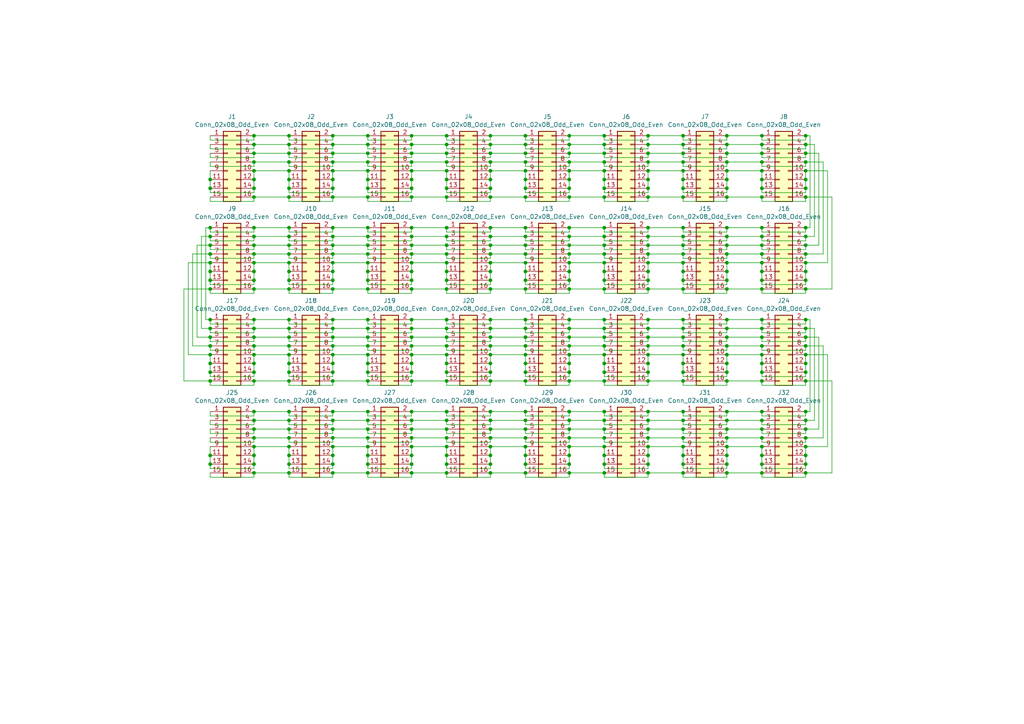
<source format=kicad_sch>
(kicad_sch (version 20211123) (generator eeschema)
  (paper "A4")
  (title_block (title "Power Supply Bus") (date "2021-06-09") (rev "1.0"))
  (junction (at 187.96 129.54))
  (junction (at 175.26 83.82))
  (junction (at 175.26 102.87))
  (junction (at 129.54 41.91))
  (junction (at 73.66 102.87))
  (junction (at 152.4 100.33))
  (junction (at 83.82 81.28))
  (junction (at 187.96 44.45))
  (junction (at 83.82 121.92))
  (junction (at 187.96 92.71))
  (junction (at 119.38 95.25))
  (junction (at 129.54 78.74))
  (junction (at 106.68 46.99))
  (junction (at 198.12 66.04))
  (junction (at 233.68 137.16))
  (junction (at 198.12 132.08))
  (junction (at 187.96 57.15))
  (junction (at 210.82 44.45))
  (junction (at 165.1 134.62))
  (junction (at 152.4 76.2))
  (junction (at 106.68 127))
  (junction (at 106.68 137.16))
  (junction (at 73.66 121.92))
  (junction (at 187.96 54.61))
  (junction (at 129.54 46.99))
  (junction (at 83.82 95.25))
  (junction (at 198.12 46.99))
  (junction (at 175.26 54.61))
  (junction (at 198.12 52.07))
  (junction (at 165.1 132.08))
  (junction (at 119.38 68.58))
  (junction (at 165.1 81.28))
  (junction (at 83.82 44.45))
  (junction (at 220.98 132.08))
  (junction (at 60.96 76.2))
  (junction (at 106.68 52.07))
  (junction (at 106.68 97.79))
  (junction (at 198.12 110.49))
  (junction (at 83.82 46.99))
  (junction (at 175.26 41.91))
  (junction (at 96.52 66.04))
  (junction (at 106.68 57.15))
  (junction (at 220.98 102.87))
  (junction (at 175.26 132.08))
  (junction (at 83.82 102.87))
  (junction (at 210.82 97.79))
  (junction (at 83.82 73.66))
  (junction (at 152.4 46.99))
  (junction (at 175.26 129.54))
  (junction (at 175.26 134.62))
  (junction (at 233.68 39.37))
  (junction (at 119.38 97.79))
  (junction (at 106.68 129.54))
  (junction (at 198.12 100.33))
  (junction (at 220.98 134.62))
  (junction (at 142.24 132.08))
  (junction (at 165.1 54.61))
  (junction (at 165.1 39.37))
  (junction (at 73.66 44.45))
  (junction (at 73.66 71.12))
  (junction (at 198.12 137.16))
  (junction (at 165.1 119.38))
  (junction (at 198.12 83.82))
  (junction (at 60.96 81.28))
  (junction (at 175.26 100.33))
  (junction (at 165.1 44.45))
  (junction (at 165.1 76.2))
  (junction (at 73.66 137.16))
  (junction (at 142.24 127))
  (junction (at 83.82 124.46))
  (junction (at 129.54 54.61))
  (junction (at 198.12 44.45))
  (junction (at 198.12 105.41))
  (junction (at 210.82 137.16))
  (junction (at 152.4 95.25))
  (junction (at 187.96 132.08))
  (junction (at 187.96 78.74))
  (junction (at 175.26 49.53))
  (junction (at 233.68 68.58))
  (junction (at 73.66 78.74))
  (junction (at 96.52 102.87))
  (junction (at 119.38 81.28))
  (junction (at 210.82 78.74))
  (junction (at 73.66 76.2))
  (junction (at 152.4 73.66))
  (junction (at 96.52 95.25))
  (junction (at 142.24 124.46))
  (junction (at 83.82 107.95))
  (junction (at 220.98 107.95))
  (junction (at 187.96 49.53))
  (junction (at 175.26 73.66))
  (junction (at 142.24 49.53))
  (junction (at 233.68 134.62))
  (junction (at 175.26 110.49))
  (junction (at 129.54 73.66))
  (junction (at 175.26 68.58))
  (junction (at 165.1 52.07))
  (junction (at 220.98 137.16))
  (junction (at 187.96 107.95))
  (junction (at 106.68 71.12))
  (junction (at 73.66 129.54))
  (junction (at 175.26 81.28))
  (junction (at 60.96 102.87))
  (junction (at 198.12 92.71))
  (junction (at 233.68 46.99))
  (junction (at 220.98 127))
  (junction (at 142.24 76.2))
  (junction (at 187.96 121.92))
  (junction (at 233.68 110.49))
  (junction (at 142.24 107.95))
  (junction (at 152.4 54.61))
  (junction (at 129.54 137.16))
  (junction (at 119.38 132.08))
  (junction (at 187.96 95.25))
  (junction (at 73.66 134.62))
  (junction (at 73.66 83.82))
  (junction (at 220.98 129.54))
  (junction (at 165.1 95.25))
  (junction (at 233.68 71.12))
  (junction (at 96.52 92.71))
  (junction (at 220.98 54.61))
  (junction (at 119.38 73.66))
  (junction (at 165.1 137.16))
  (junction (at 83.82 39.37))
  (junction (at 165.1 124.46))
  (junction (at 198.12 39.37))
  (junction (at 165.1 121.92))
  (junction (at 106.68 83.82))
  (junction (at 220.98 49.53))
  (junction (at 198.12 124.46))
  (junction (at 220.98 92.71))
  (junction (at 198.12 97.79))
  (junction (at 119.38 121.92))
  (junction (at 175.26 71.12))
  (junction (at 96.52 97.79))
  (junction (at 220.98 66.04))
  (junction (at 165.1 105.41))
  (junction (at 220.98 83.82))
  (junction (at 152.4 52.07))
  (junction (at 233.68 52.07))
  (junction (at 165.1 66.04))
  (junction (at 83.82 78.74))
  (junction (at 60.96 132.08))
  (junction (at 165.1 102.87))
  (junction (at 233.68 105.41))
  (junction (at 96.52 39.37))
  (junction (at 187.96 127))
  (junction (at 142.24 119.38))
  (junction (at 142.24 92.71))
  (junction (at 96.52 107.95))
  (junction (at 152.4 71.12))
  (junction (at 142.24 134.62))
  (junction (at 83.82 66.04))
  (junction (at 198.12 73.66))
  (junction (at 106.68 81.28))
  (junction (at 96.52 71.12))
  (junction (at 119.38 41.91))
  (junction (at 96.52 46.99))
  (junction (at 119.38 137.16))
  (junction (at 73.66 73.66))
  (junction (at 96.52 132.08))
  (junction (at 129.54 134.62))
  (junction (at 210.82 76.2))
  (junction (at 152.4 83.82))
  (junction (at 96.52 81.28))
  (junction (at 187.96 71.12))
  (junction (at 152.4 121.92))
  (junction (at 119.38 127))
  (junction (at 165.1 68.58))
  (junction (at 106.68 134.62))
  (junction (at 142.24 57.15))
  (junction (at 142.24 68.58))
  (junction (at 119.38 105.41))
  (junction (at 165.1 49.53))
  (junction (at 198.12 107.95))
  (junction (at 96.52 68.58))
  (junction (at 119.38 119.38))
  (junction (at 73.66 92.71))
  (junction (at 106.68 100.33))
  (junction (at 73.66 110.49))
  (junction (at 142.24 78.74))
  (junction (at 198.12 71.12))
  (junction (at 106.68 49.53))
  (junction (at 142.24 121.92))
  (junction (at 175.26 105.41))
  (junction (at 198.12 78.74))
  (junction (at 233.68 76.2))
  (junction (at 210.82 41.91))
  (junction (at 83.82 52.07))
  (junction (at 73.66 41.91))
  (junction (at 220.98 76.2))
  (junction (at 198.12 54.61))
  (junction (at 210.82 49.53))
  (junction (at 198.12 134.62))
  (junction (at 233.68 54.61))
  (junction (at 210.82 52.07))
  (junction (at 142.24 137.16))
  (junction (at 220.98 73.66))
  (junction (at 187.96 41.91))
  (junction (at 73.66 57.15))
  (junction (at 233.68 129.54))
  (junction (at 129.54 129.54))
  (junction (at 233.68 95.25))
  (junction (at 119.38 129.54))
  (junction (at 129.54 95.25))
  (junction (at 220.98 52.07))
  (junction (at 152.4 49.53))
  (junction (at 152.4 105.41))
  (junction (at 129.54 81.28))
  (junction (at 106.68 41.91))
  (junction (at 152.4 127))
  (junction (at 142.24 54.61))
  (junction (at 119.38 107.95))
  (junction (at 233.68 127))
  (junction (at 142.24 71.12))
  (junction (at 175.26 107.95))
  (junction (at 60.96 110.49))
  (junction (at 96.52 44.45))
  (junction (at 152.4 97.79))
  (junction (at 106.68 76.2))
  (junction (at 165.1 83.82))
  (junction (at 106.68 92.71))
  (junction (at 198.12 121.92))
  (junction (at 83.82 100.33))
  (junction (at 175.26 121.92))
  (junction (at 220.98 105.41))
  (junction (at 129.54 57.15))
  (junction (at 175.26 137.16))
  (junction (at 187.96 137.16))
  (junction (at 220.98 95.25))
  (junction (at 220.98 121.92))
  (junction (at 83.82 68.58))
  (junction (at 142.24 97.79))
  (junction (at 198.12 68.58))
  (junction (at 60.96 107.95))
  (junction (at 119.38 92.71))
  (junction (at 233.68 107.95))
  (junction (at 83.82 71.12))
  (junction (at 165.1 46.99))
  (junction (at 233.68 49.53))
  (junction (at 233.68 100.33))
  (junction (at 119.38 44.45))
  (junction (at 60.96 52.07))
  (junction (at 198.12 76.2))
  (junction (at 175.26 76.2))
  (junction (at 220.98 57.15))
  (junction (at 60.96 95.25))
  (junction (at 129.54 132.08))
  (junction (at 106.68 102.87))
  (junction (at 73.66 49.53))
  (junction (at 96.52 73.66))
  (junction (at 198.12 49.53))
  (junction (at 187.96 102.87))
  (junction (at 175.26 46.99))
  (junction (at 96.52 57.15))
  (junction (at 73.66 100.33))
  (junction (at 142.24 100.33))
  (junction (at 220.98 44.45))
  (junction (at 83.82 76.2))
  (junction (at 152.4 92.71))
  (junction (at 119.38 83.82))
  (junction (at 210.82 100.33))
  (junction (at 129.54 44.45))
  (junction (at 96.52 134.62))
  (junction (at 152.4 137.16))
  (junction (at 165.1 97.79))
  (junction (at 233.68 41.91))
  (junction (at 142.24 102.87))
  (junction (at 187.96 39.37))
  (junction (at 83.82 41.91))
  (junction (at 187.96 73.66))
  (junction (at 198.12 41.91))
  (junction (at 106.68 73.66))
  (junction (at 73.66 39.37))
  (junction (at 129.54 92.71))
  (junction (at 106.68 95.25))
  (junction (at 233.68 119.38))
  (junction (at 96.52 41.91))
  (junction (at 233.68 78.74))
  (junction (at 60.96 134.62))
  (junction (at 106.68 78.74))
  (junction (at 152.4 110.49))
  (junction (at 210.82 73.66))
  (junction (at 152.4 129.54))
  (junction (at 233.68 124.46))
  (junction (at 220.98 124.46))
  (junction (at 106.68 107.95))
  (junction (at 220.98 68.58))
  (junction (at 210.82 127))
  (junction (at 165.1 73.66))
  (junction (at 73.66 52.07))
  (junction (at 119.38 66.04))
  (junction (at 187.96 105.41))
  (junction (at 83.82 110.49))
  (junction (at 152.4 102.87))
  (junction (at 198.12 57.15))
  (junction (at 152.4 68.58))
  (junction (at 233.68 97.79))
  (junction (at 73.66 66.04))
  (junction (at 129.54 119.38))
  (junction (at 119.38 78.74))
  (junction (at 96.52 54.61))
  (junction (at 129.54 97.79))
  (junction (at 83.82 83.82))
  (junction (at 233.68 132.08))
  (junction (at 233.68 83.82))
  (junction (at 119.38 54.61))
  (junction (at 73.66 54.61))
  (junction (at 60.96 100.33))
  (junction (at 220.98 39.37))
  (junction (at 106.68 132.08))
  (junction (at 129.54 121.92))
  (junction (at 233.68 81.28))
  (junction (at 73.66 46.99))
  (junction (at 60.96 83.82))
  (junction (at 175.26 119.38))
  (junction (at 187.96 100.33))
  (junction (at 187.96 76.2))
  (junction (at 96.52 78.74))
  (junction (at 129.54 52.07))
  (junction (at 220.98 119.38))
  (junction (at 233.68 102.87))
  (junction (at 165.1 92.71))
  (junction (at 83.82 134.62))
  (junction (at 73.66 124.46))
  (junction (at 119.38 100.33))
  (junction (at 119.38 46.99))
  (junction (at 60.96 71.12))
  (junction (at 198.12 129.54))
  (junction (at 210.82 68.58))
  (junction (at 96.52 129.54))
  (junction (at 152.4 66.04))
  (junction (at 233.68 66.04))
  (junction (at 210.82 107.95))
  (junction (at 187.96 66.04))
  (junction (at 119.38 49.53))
  (junction (at 83.82 132.08))
  (junction (at 165.1 57.15))
  (junction (at 119.38 124.46))
  (junction (at 210.82 54.61))
  (junction (at 220.98 100.33))
  (junction (at 198.12 81.28))
  (junction (at 119.38 57.15))
  (junction (at 119.38 110.49))
  (junction (at 152.4 124.46))
  (junction (at 106.68 119.38))
  (junction (at 233.68 73.66))
  (junction (at 83.82 57.15))
  (junction (at 152.4 81.28))
  (junction (at 187.96 83.82))
  (junction (at 96.52 124.46))
  (junction (at 152.4 57.15))
  (junction (at 142.24 83.82))
  (junction (at 73.66 97.79))
  (junction (at 198.12 95.25))
  (junction (at 210.82 134.62))
  (junction (at 129.54 68.58))
  (junction (at 142.24 52.07))
  (junction (at 96.52 52.07))
  (junction (at 152.4 119.38))
  (junction (at 96.52 119.38))
  (junction (at 142.24 66.04))
  (junction (at 142.24 39.37))
  (junction (at 152.4 134.62))
  (junction (at 175.26 66.04))
  (junction (at 175.26 124.46))
  (junction (at 73.66 132.08))
  (junction (at 60.96 92.71))
  (junction (at 119.38 52.07))
  (junction (at 187.96 81.28))
  (junction (at 175.26 44.45))
  (junction (at 233.68 121.92))
  (junction (at 129.54 127))
  (junction (at 152.4 39.37))
  (junction (at 60.96 105.41))
  (junction (at 106.68 68.58))
  (junction (at 210.82 39.37))
  (junction (at 220.98 81.28))
  (junction (at 220.98 41.91))
  (junction (at 96.52 110.49))
  (junction (at 198.12 102.87))
  (junction (at 152.4 132.08))
  (junction (at 119.38 76.2))
  (junction (at 220.98 78.74))
  (junction (at 96.52 83.82))
  (junction (at 106.68 121.92))
  (junction (at 152.4 44.45))
  (junction (at 60.96 97.79))
  (junction (at 129.54 66.04))
  (junction (at 175.26 52.07))
  (junction (at 220.98 71.12))
  (junction (at 106.68 54.61))
  (junction (at 73.66 95.25))
  (junction (at 233.68 44.45))
  (junction (at 175.26 57.15))
  (junction (at 83.82 137.16))
  (junction (at 165.1 110.49))
  (junction (at 106.68 66.04))
  (junction (at 210.82 46.99))
  (junction (at 175.26 127))
  (junction (at 220.98 97.79))
  (junction (at 96.52 121.92))
  (junction (at 210.82 71.12))
  (junction (at 129.54 71.12))
  (junction (at 210.82 66.04))
  (junction (at 129.54 76.2))
  (junction (at 165.1 127))
  (junction (at 175.26 39.37))
  (junction (at 187.96 52.07))
  (junction (at 96.52 137.16))
  (junction (at 73.66 81.28))
  (junction (at 210.82 129.54))
  (junction (at 129.54 39.37))
  (junction (at 187.96 134.62))
  (junction (at 210.82 83.82))
  (junction (at 187.96 110.49))
  (junction (at 60.96 78.74))
  (junction (at 210.82 119.38))
  (junction (at 233.68 57.15))
  (junction (at 210.82 132.08))
  (junction (at 83.82 54.61))
  (junction (at 142.24 110.49))
  (junction (at 142.24 41.91))
  (junction (at 142.24 95.25))
  (junction (at 210.82 105.41))
  (junction (at 187.96 97.79))
  (junction (at 129.54 124.46))
  (junction (at 106.68 44.45))
  (junction (at 129.54 110.49))
  (junction (at 83.82 49.53))
  (junction (at 119.38 102.87))
  (junction (at 106.68 39.37))
  (junction (at 165.1 129.54))
  (junction (at 198.12 119.38))
  (junction (at 96.52 76.2))
  (junction (at 73.66 127))
  (junction (at 165.1 78.74))
  (junction (at 96.52 105.41))
  (junction (at 175.26 78.74))
  (junction (at 73.66 107.95))
  (junction (at 165.1 41.91))
  (junction (at 152.4 41.91))
  (junction (at 73.66 68.58))
  (junction (at 129.54 83.82))
  (junction (at 175.26 95.25))
  (junction (at 142.24 44.45))
  (junction (at 210.82 95.25))
  (junction (at 60.96 73.66))
  (junction (at 129.54 100.33))
  (junction (at 210.82 81.28))
  (junction (at 129.54 102.87))
  (junction (at 119.38 39.37))
  (junction (at 106.68 110.49))
  (junction (at 210.82 124.46))
  (junction (at 60.96 66.04))
  (junction (at 96.52 127))
  (junction (at 96.52 100.33))
  (junction (at 119.38 134.62))
  (junction (at 175.26 97.79))
  (junction (at 142.24 73.66))
  (junction (at 96.52 49.53))
  (junction (at 83.82 92.71))
  (junction (at 220.98 46.99))
  (junction (at 210.82 110.49))
  (junction (at 187.96 124.46))
  (junction (at 106.68 105.41))
  (junction (at 83.82 105.41))
  (junction (at 187.96 68.58))
  (junction (at 142.24 46.99))
  (junction (at 83.82 129.54))
  (junction (at 165.1 107.95))
  (junction (at 142.24 129.54))
  (junction (at 175.26 92.71))
  (junction (at 152.4 107.95))
  (junction (at 129.54 49.53))
  (junction (at 187.96 46.99))
  (junction (at 129.54 107.95))
  (junction (at 129.54 105.41))
  (junction (at 187.96 119.38))
  (junction (at 210.82 57.15))
  (junction (at 83.82 97.79))
  (junction (at 220.98 110.49))
  (junction (at 83.82 119.38))
  (junction (at 165.1 71.12))
  (junction (at 73.66 119.38))
  (junction (at 119.38 71.12))
  (junction (at 152.4 78.74))
  (junction (at 60.96 68.58))
  (junction (at 142.24 81.28))
  (junction (at 60.96 54.61))
  (junction (at 73.66 105.41))
  (junction (at 165.1 100.33))
  (junction (at 106.68 124.46))
  (junction (at 210.82 92.71))
  (junction (at 198.12 127))
  (junction (at 142.24 105.41))
  (junction (at 233.68 92.71))
  (junction (at 83.82 127))
  (junction (at 210.82 102.87))
  (junction (at 210.82 121.92))
  (wire (pts (xy 220.98 40.64) (xy 233.68 40.64)))
  (wire (pts (xy 83.82 57.15) (xy 83.82 58.42)))
  (wire (pts (xy 233.68 41.91) (xy 236.22 41.91)))
  (wire (pts (xy 129.54 67.31) (xy 142.24 67.31)))
  (wire (pts (xy 233.68 67.31) (xy 233.68 66.04)))
  (wire (pts (xy 198.12 73.66) (xy 198.12 74.93)))
  (wire (pts (xy 220.98 67.31) (xy 233.68 67.31)))
  (wire (pts (xy 152.4 92.71) (xy 152.4 93.98)))
  (wire (pts (xy 220.98 49.53) (xy 220.98 52.07)))
  (wire (pts (xy 175.26 82.55) (xy 187.96 82.55)))
  (wire (pts (xy 175.26 57.15) (xy 175.26 58.42)))
  (wire (pts (xy 152.4 82.55) (xy 165.1 82.55)))
  (wire (pts (xy 73.66 44.45) (xy 83.82 44.45)))
  (wire (pts (xy 106.68 43.18) (xy 119.38 43.18)))
  (wire (pts (xy 60.96 110.49) (xy 60.96 111.76)))
  (wire (pts (xy 165.1 121.92) (xy 175.26 121.92)))
  (wire (pts (xy 234.95 66.04) (xy 233.68 66.04)))
  (wire (pts (xy 83.82 82.55) (xy 96.52 82.55)))
  (wire (pts (xy 83.82 101.6) (xy 96.52 101.6)))
  (wire (pts (xy 187.96 128.27) (xy 187.96 127)))
  (wire (pts (xy 119.38 81.28) (xy 119.38 78.74)))
  (wire (pts (xy 83.82 92.71) (xy 83.82 93.98)))
  (wire (pts (xy 119.38 92.71) (xy 129.54 92.71)))
  (wire (pts (xy 83.82 48.26) (xy 96.52 48.26)))
  (wire (pts (xy 152.4 137.16) (xy 152.4 138.43)))
  (wire (pts (xy 106.68 120.65) (xy 119.38 120.65)))
  (wire (pts (xy 60.96 83.82) (xy 53.34 83.82)))
  (wire (pts (xy 129.54 41.91) (xy 129.54 43.18)))
  (wire (pts (xy 165.1 78.74) (xy 165.1 76.2)))
  (wire (pts (xy 96.52 110.49) (xy 106.68 110.49)))
  (wire (pts (xy 220.98 109.22) (xy 233.68 109.22)))
  (wire (pts (xy 60.96 119.38) (xy 60.96 120.65)))
  (wire (pts (xy 175.26 81.28) (xy 175.26 82.55)))
  (wire (pts (xy 73.66 43.18) (xy 73.66 41.91)))
  (wire (pts (xy 96.52 124.46) (xy 106.68 124.46)))
  (wire (pts (xy 165.1 109.22) (xy 165.1 107.95)))
  (wire (pts (xy 165.1 69.85) (xy 165.1 68.58)))
  (wire (pts (xy 198.12 105.41) (xy 198.12 107.95)))
  (wire (pts (xy 83.82 67.31) (xy 96.52 67.31)))
  (wire (pts (xy 240.03 49.53) (xy 240.03 76.2)))
  (wire (pts (xy 60.96 57.15) (xy 60.96 58.42)))
  (wire (pts (xy 106.68 44.45) (xy 106.68 45.72)))
  (wire (pts (xy 187.96 121.92) (xy 198.12 121.92)))
  (wire (pts (xy 152.4 93.98) (xy 165.1 93.98)))
  (wire (pts (xy 187.96 120.65) (xy 187.96 119.38)))
  (wire (pts (xy 60.96 76.2) (xy 54.61 76.2)))
  (wire (pts (xy 175.26 49.53) (xy 175.26 52.07)))
  (wire (pts (xy 152.4 134.62) (xy 152.4 135.89)))
  (wire (pts (xy 129.54 85.09) (xy 142.24 85.09)))
  (wire (pts (xy 83.82 52.07) (xy 83.82 54.61)))
  (wire (pts (xy 73.66 110.49) (xy 83.82 110.49)))
  (wire (pts (xy 233.68 44.45) (xy 237.49 44.45)))
  (wire (pts (xy 129.54 101.6) (xy 142.24 101.6)))
  (wire (pts (xy 165.1 43.18) (xy 165.1 41.91)))
  (wire (pts (xy 60.96 66.04) (xy 60.96 67.31)))
  (wire (pts (xy 152.4 66.04) (xy 152.4 67.31)))
  (wire (pts (xy 198.12 132.08) (xy 198.12 134.62)))
  (wire (pts (xy 220.98 111.76) (xy 233.68 111.76)))
  (wire (pts (xy 129.54 96.52) (xy 142.24 96.52)))
  (wire (pts (xy 210.82 66.04) (xy 220.98 66.04)))
  (wire (pts (xy 220.98 81.28) (xy 220.98 82.55)))
  (wire (pts (xy 96.52 92.71) (xy 106.68 92.71)))
  (wire (pts (xy 240.03 76.2) (xy 233.68 76.2)))
  (wire (pts (xy 73.66 39.37) (xy 83.82 39.37)))
  (wire (pts (xy 175.26 44.45) (xy 175.26 45.72)))
  (wire (pts (xy 238.76 46.99) (xy 238.76 73.66)))
  (wire (pts (xy 96.52 100.33) (xy 106.68 100.33)))
  (wire (pts (xy 210.82 110.49) (xy 220.98 110.49)))
  (wire (pts (xy 119.38 48.26) (xy 119.38 46.99)))
  (wire (pts (xy 129.54 49.53) (xy 129.54 52.07)))
  (wire (pts (xy 96.52 125.73) (xy 96.52 124.46)))
  (wire (pts (xy 187.96 99.06) (xy 187.96 97.79)))
  (wire (pts (xy 187.96 96.52) (xy 187.96 95.25)))
  (wire (pts (xy 142.24 99.06) (xy 142.24 97.79)))
  (wire (pts (xy 210.82 85.09) (xy 210.82 83.82)))
  (wire (pts (xy 187.96 49.53) (xy 198.12 49.53)))
  (wire (pts (xy 187.96 125.73) (xy 187.96 124.46)))
  (wire (pts (xy 175.26 123.19) (xy 187.96 123.19)))
  (wire (pts (xy 198.12 71.12) (xy 198.12 72.39)))
  (wire (pts (xy 119.38 125.73) (xy 119.38 124.46)))
  (wire (pts (xy 129.54 40.64) (xy 142.24 40.64)))
  (wire (pts (xy 129.54 100.33) (xy 129.54 101.6)))
  (wire (pts (xy 165.1 127) (xy 175.26 127)))
  (wire (pts (xy 60.96 73.66) (xy 60.96 74.93)))
  (wire (pts (xy 165.1 128.27) (xy 165.1 127)))
  (wire (pts (xy 198.12 124.46) (xy 198.12 125.73)))
  (wire (pts (xy 142.24 41.91) (xy 152.4 41.91)))
  (wire (pts (xy 233.68 132.08) (xy 233.68 129.54)))
  (wire (pts (xy 83.82 78.74) (xy 83.82 81.28)))
  (wire (pts (xy 96.52 119.38) (xy 106.68 119.38)))
  (wire (pts (xy 175.26 52.07) (xy 175.26 54.61)))
  (wire (pts (xy 187.96 55.88) (xy 187.96 54.61)))
  (wire (pts (xy 129.54 121.92) (xy 129.54 123.19)))
  (wire (pts (xy 129.54 45.72) (xy 142.24 45.72)))
  (wire (pts (xy 106.68 119.38) (xy 106.68 120.65)))
  (wire (pts (xy 129.54 83.82) (xy 129.54 85.09)))
  (wire (pts (xy 187.96 76.2) (xy 198.12 76.2)))
  (wire (pts (xy 73.66 105.41) (xy 73.66 102.87)))
  (wire (pts (xy 73.66 99.06) (xy 73.66 97.79)))
  (wire (pts (xy 142.24 110.49) (xy 152.4 110.49)))
  (wire (pts (xy 187.96 66.04) (xy 198.12 66.04)))
  (wire (pts (xy 106.68 121.92) (xy 106.68 123.19)))
  (wire (pts (xy 165.1 44.45) (xy 175.26 44.45)))
  (wire (pts (xy 198.12 44.45) (xy 198.12 45.72)))
  (wire (pts (xy 119.38 43.18) (xy 119.38 41.91)))
  (wire (pts (xy 220.98 58.42) (xy 233.68 58.42)))
  (wire (pts (xy 142.24 111.76) (xy 142.24 110.49)))
  (wire (pts (xy 233.68 101.6) (xy 233.68 100.33)))
  (wire (pts (xy 83.82 49.53) (xy 83.82 52.07)))
  (wire (pts (xy 106.68 124.46) (xy 106.68 125.73)))
  (wire (pts (xy 198.12 46.99) (xy 198.12 48.26)))
  (wire (pts (xy 129.54 127) (xy 129.54 128.27)))
  (wire (pts (xy 73.66 100.33) (xy 83.82 100.33)))
  (wire (pts (xy 142.24 134.62) (xy 142.24 132.08)))
  (wire (pts (xy 187.96 109.22) (xy 187.96 107.95)))
  (wire (pts (xy 220.98 54.61) (xy 220.98 55.88)))
  (wire (pts (xy 106.68 101.6) (xy 119.38 101.6)))
  (wire (pts (xy 210.82 49.53) (xy 220.98 49.53)))
  (wire (pts (xy 152.4 73.66) (xy 152.4 74.93)))
  (wire (pts (xy 142.24 68.58) (xy 152.4 68.58)))
  (wire (pts (xy 210.82 69.85) (xy 210.82 68.58)))
  (wire (pts (xy 73.66 95.25) (xy 83.82 95.25)))
  (wire (pts (xy 129.54 109.22) (xy 142.24 109.22)))
  (wire (pts (xy 106.68 73.66) (xy 106.68 74.93)))
  (wire (pts (xy 198.12 111.76) (xy 210.82 111.76)))
  (wire (pts (xy 220.98 68.58) (xy 220.98 69.85)))
  (wire (pts (xy 187.96 67.31) (xy 187.96 66.04)))
  (wire (pts (xy 55.88 100.33) (xy 60.96 100.33)))
  (wire (pts (xy 60.96 138.43) (xy 73.66 138.43)))
  (wire (pts (xy 187.96 107.95) (xy 187.96 105.41)))
  (wire (pts (xy 119.38 69.85) (xy 119.38 68.58)))
  (wire (pts (xy 220.98 39.37) (xy 220.98 40.64)))
  (wire (pts (xy 165.1 66.04) (xy 175.26 66.04)))
  (wire (pts (xy 129.54 129.54) (xy 129.54 132.08)))
  (wire (pts (xy 83.82 127) (xy 83.82 128.27)))
  (wire (pts (xy 233.68 55.88) (xy 233.68 54.61)))
  (wire (pts (xy 129.54 93.98) (xy 142.24 93.98)))
  (wire (pts (xy 129.54 120.65) (xy 142.24 120.65)))
  (wire (pts (xy 96.52 111.76) (xy 96.52 110.49)))
  (wire (pts (xy 165.1 39.37) (xy 175.26 39.37)))
  (wire (pts (xy 142.24 74.93) (xy 142.24 73.66)))
  (wire (pts (xy 83.82 83.82) (xy 83.82 85.09)))
  (wire (pts (xy 119.38 129.54) (xy 129.54 129.54)))
  (wire (pts (xy 106.68 95.25) (xy 106.68 96.52)))
  (wire (pts (xy 106.68 128.27) (xy 119.38 128.27)))
  (wire (pts (xy 210.82 102.87) (xy 220.98 102.87)))
  (wire (pts (xy 152.4 120.65) (xy 165.1 120.65)))
  (wire (pts (xy 106.68 49.53) (xy 106.68 52.07)))
  (wire (pts (xy 73.66 134.62) (xy 73.66 132.08)))
  (wire (pts (xy 83.82 125.73) (xy 96.52 125.73)))
  (wire (pts (xy 233.68 39.37) (xy 234.95 39.37)))
  (wire (pts (xy 53.34 83.82) (xy 53.34 110.49)))
  (wire (pts (xy 96.52 67.31) (xy 96.52 66.04)))
  (wire (pts (xy 60.96 127) (xy 60.96 128.27)))
  (wire (pts (xy 187.96 58.42) (xy 187.96 57.15)))
  (wire (pts (xy 96.52 99.06) (xy 96.52 97.79)))
  (wire (pts (xy 175.26 124.46) (xy 175.26 125.73)))
  (wire (pts (xy 165.1 125.73) (xy 165.1 124.46)))
  (wire (pts (xy 241.3 57.15) (xy 241.3 83.82)))
  (wire (pts (xy 233.68 111.76) (xy 233.68 110.49)))
  (wire (pts (xy 83.82 40.64) (xy 96.52 40.64)))
  (wire (pts (xy 106.68 69.85) (xy 119.38 69.85)))
  (wire (pts (xy 198.12 57.15) (xy 198.12 58.42)))
  (wire (pts (xy 129.54 68.58) (xy 129.54 69.85)))
  (wire (pts (xy 198.12 93.98) (xy 210.82 93.98)))
  (wire (pts (xy 119.38 99.06) (xy 119.38 97.79)))
  (wire (pts (xy 152.4 58.42) (xy 165.1 58.42)))
  (wire (pts (xy 83.82 76.2) (xy 83.82 78.74)))
  (wire (pts (xy 187.96 83.82) (xy 198.12 83.82)))
  (wire (pts (xy 83.82 120.65) (xy 96.52 120.65)))
  (wire (pts (xy 175.26 120.65) (xy 187.96 120.65)))
  (wire (pts (xy 152.4 138.43) (xy 165.1 138.43)))
  (wire (pts (xy 220.98 46.99) (xy 220.98 48.26)))
  (wire (pts (xy 142.24 109.22) (xy 142.24 107.95)))
  (wire (pts (xy 60.96 46.99) (xy 60.96 48.26)))
  (wire (pts (xy 152.4 132.08) (xy 152.4 134.62)))
  (wire (pts (xy 54.61 102.87) (xy 60.96 102.87)))
  (wire (pts (xy 83.82 74.93) (xy 96.52 74.93)))
  (wire (pts (xy 233.68 92.71) (xy 234.95 92.71)))
  (wire (pts (xy 152.4 67.31) (xy 165.1 67.31)))
  (wire (pts (xy 142.24 105.41) (xy 142.24 102.87)))
  (wire (pts (xy 152.4 129.54) (xy 152.4 132.08)))
  (wire (pts (xy 220.98 121.92) (xy 220.98 123.19)))
  (wire (pts (xy 210.82 54.61) (xy 210.82 52.07)))
  (wire (pts (xy 220.98 99.06) (xy 233.68 99.06)))
  (wire (pts (xy 129.54 48.26) (xy 142.24 48.26)))
  (wire (pts (xy 106.68 102.87) (xy 106.68 105.41)))
  (wire (pts (xy 129.54 123.19) (xy 142.24 123.19)))
  (wire (pts (xy 220.98 96.52) (xy 233.68 96.52)))
  (wire (pts (xy 238.76 127) (xy 233.68 127)))
  (wire (pts (xy 187.96 127) (xy 198.12 127)))
  (wire (pts (xy 210.82 46.99) (xy 220.98 46.99)))
  (wire (pts (xy 198.12 97.79) (xy 198.12 99.06)))
  (wire (pts (xy 187.96 132.08) (xy 187.96 129.54)))
  (wire (pts (xy 175.26 74.93) (xy 187.96 74.93)))
  (wire (pts (xy 83.82 54.61) (xy 83.82 55.88)))
  (wire (pts (xy 73.66 128.27) (xy 73.66 127)))
  (wire (pts (xy 187.96 124.46) (xy 198.12 124.46)))
  (wire (pts (xy 73.66 69.85) (xy 73.66 68.58)))
  (wire (pts (xy 220.98 124.46) (xy 220.98 125.73)))
  (wire (pts (xy 198.12 102.87) (xy 198.12 105.41)))
  (wire (pts (xy 233.68 123.19) (xy 233.68 121.92)))
  (wire (pts (xy 73.66 46.99) (xy 83.82 46.99)))
  (wire (pts (xy 175.26 76.2) (xy 175.26 78.74)))
  (wire (pts (xy 187.96 41.91) (xy 198.12 41.91)))
  (wire (pts (xy 198.12 107.95) (xy 198.12 109.22)))
  (wire (pts (xy 233.68 125.73) (xy 233.68 124.46)))
  (wire (pts (xy 210.82 74.93) (xy 210.82 73.66)))
  (wire (pts (xy 119.38 93.98) (xy 119.38 92.71)))
  (wire (pts (xy 83.82 55.88) (xy 96.52 55.88)))
  (wire (pts (xy 210.82 97.79) (xy 220.98 97.79)))
  (wire (pts (xy 198.12 72.39) (xy 210.82 72.39)))
  (wire (pts (xy 129.54 137.16) (xy 129.54 138.43)))
  (wire (pts (xy 210.82 57.15) (xy 220.98 57.15)))
  (wire (pts (xy 220.98 55.88) (xy 233.68 55.88)))
  (wire (pts (xy 198.12 48.26) (xy 210.82 48.26)))
  (wire (pts (xy 106.68 132.08) (xy 106.68 134.62)))
  (wire (pts (xy 210.82 73.66) (xy 220.98 73.66)))
  (wire (pts (xy 233.68 97.79) (xy 237.49 97.79)))
  (wire (pts (xy 234.95 92.71) (xy 234.95 119.38)))
  (wire (pts (xy 129.54 99.06) (xy 142.24 99.06)))
  (wire (pts (xy 187.96 111.76) (xy 187.96 110.49)))
  (wire (pts (xy 187.96 52.07) (xy 187.96 49.53)))
  (wire (pts (xy 73.66 45.72) (xy 73.66 44.45)))
  (wire (pts (xy 236.22 121.92) (xy 233.68 121.92)))
  (wire (pts (xy 142.24 101.6) (xy 142.24 100.33)))
  (wire (pts (xy 142.24 45.72) (xy 142.24 44.45)))
  (wire (pts (xy 220.98 120.65) (xy 233.68 120.65)))
  (wire (pts (xy 60.96 124.46) (xy 60.96 125.73)))
  (wire (pts (xy 220.98 93.98) (xy 233.68 93.98)))
  (wire (pts (xy 240.03 129.54) (xy 233.68 129.54)))
  (wire (pts (xy 152.4 119.38) (xy 152.4 120.65)))
  (wire (pts (xy 233.68 78.74) (xy 233.68 76.2)))
  (wire (pts (xy 165.1 73.66) (xy 175.26 73.66)))
  (wire (pts (xy 119.38 119.38) (xy 129.54 119.38)))
  (wire (pts (xy 73.66 85.09) (xy 73.66 83.82)))
  (wire (pts (xy 106.68 129.54) (xy 106.68 132.08)))
  (wire (pts (xy 60.96 135.89) (xy 73.66 135.89)))
  (wire (pts (xy 119.38 67.31) (xy 119.38 66.04)))
  (wire (pts (xy 165.1 81.28) (xy 165.1 78.74)))
  (wire (pts (xy 187.96 95.25) (xy 198.12 95.25)))
  (wire (pts (xy 96.52 52.07) (xy 96.52 49.53)))
  (wire (pts (xy 165.1 132.08) (xy 165.1 129.54)))
  (wire (pts (xy 198.12 45.72) (xy 210.82 45.72)))
  (wire (pts (xy 142.24 129.54) (xy 152.4 129.54)))
  (wire (pts (xy 220.98 92.71) (xy 220.98 93.98)))
  (wire (pts (xy 165.1 135.89) (xy 165.1 134.62)))
  (wire (pts (xy 210.82 111.76) (xy 210.82 110.49)))
  (wire (pts (xy 73.66 58.42) (xy 73.66 57.15)))
  (wire (pts (xy 220.98 138.43) (xy 233.68 138.43)))
  (wire (pts (xy 152.4 128.27) (xy 165.1 128.27)))
  (wire (pts (xy 83.82 123.19) (xy 96.52 123.19)))
  (wire (pts (xy 60.96 73.66) (xy 55.88 73.66)))
  (wire (pts (xy 129.54 54.61) (xy 129.54 55.88)))
  (wire (pts (xy 187.96 57.15) (xy 198.12 57.15)))
  (wire (pts (xy 233.68 74.93) (xy 233.68 73.66)))
  (wire (pts (xy 220.98 78.74) (xy 220.98 81.28)))
  (wire (pts (xy 152.4 46.99) (xy 152.4 48.26)))
  (wire (pts (xy 96.52 40.64) (xy 96.52 39.37)))
  (wire (pts (xy 175.26 45.72) (xy 187.96 45.72)))
  (wire (pts (xy 106.68 55.88) (xy 119.38 55.88)))
  (wire (pts (xy 129.54 138.43) (xy 142.24 138.43)))
  (wire (pts (xy 210.82 127) (xy 220.98 127)))
  (wire (pts (xy 165.1 138.43) (xy 165.1 137.16)))
  (wire (pts (xy 96.52 49.53) (xy 106.68 49.53)))
  (wire (pts (xy 106.68 137.16) (xy 106.68 138.43)))
  (wire (pts (xy 83.82 110.49) (xy 83.82 111.76)))
  (wire (pts (xy 152.4 72.39) (xy 165.1 72.39)))
  (wire (pts (xy 83.82 111.76) (xy 96.52 111.76)))
  (wire (pts (xy 58.42 68.58) (xy 58.42 95.25)))
  (wire (pts (xy 233.68 69.85) (xy 233.68 68.58)))
  (wire (pts (xy 96.52 123.19) (xy 96.52 121.92)))
  (wire (pts (xy 96.52 135.89) (xy 96.52 134.62)))
  (wire (pts (xy 73.66 137.16) (xy 83.82 137.16)))
  (wire (pts (xy 83.82 43.18) (xy 96.52 43.18)))
  (wire (pts (xy 96.52 73.66) (xy 106.68 73.66)))
  (wire (pts (xy 220.98 74.93) (xy 233.68 74.93)))
  (wire (pts (xy 60.96 48.26) (xy 73.66 48.26)))
  (wire (pts (xy 233.68 95.25) (xy 236.22 95.25)))
  (wire (pts (xy 60.96 43.18) (xy 73.66 43.18)))
  (wire (pts (xy 106.68 57.15) (xy 106.68 58.42)))
  (wire (pts (xy 60.96 58.42) (xy 73.66 58.42)))
  (wire (pts (xy 187.96 138.43) (xy 187.96 137.16)))
  (wire (pts (xy 241.3 110.49) (xy 241.3 137.16)))
  (wire (pts (xy 198.12 69.85) (xy 210.82 69.85)))
  (wire (pts (xy 119.38 78.74) (xy 119.38 76.2)))
  (wire (pts (xy 152.4 49.53) (xy 152.4 52.07)))
  (wire (pts (xy 142.24 100.33) (xy 152.4 100.33)))
  (wire (pts (xy 60.96 109.22) (xy 73.66 109.22)))
  (wire (pts (xy 165.1 58.42) (xy 165.1 57.15)))
  (wire (pts (xy 106.68 71.12) (xy 106.68 72.39)))
  (wire (pts (xy 142.24 49.53) (xy 152.4 49.53)))
  (wire (pts (xy 106.68 41.91) (xy 106.68 43.18)))
  (wire (pts (xy 142.24 135.89) (xy 142.24 134.62)))
  (wire (pts (xy 73.66 107.95) (xy 73.66 105.41)))
  (wire (pts (xy 165.1 99.06) (xy 165.1 97.79)))
  (wire (pts (xy 60.96 96.52) (xy 73.66 96.52)))
  (wire (pts (xy 187.96 129.54) (xy 198.12 129.54)))
  (wire (pts (xy 165.1 110.49) (xy 175.26 110.49)))
  (wire (pts (xy 106.68 74.93) (xy 119.38 74.93)))
  (wire (pts (xy 210.82 58.42) (xy 210.82 57.15)))
  (wire (pts (xy 73.66 54.61) (xy 73.66 52.07)))
  (wire (pts (xy 152.4 44.45) (xy 152.4 45.72)))
  (wire (pts (xy 187.96 123.19) (xy 187.96 121.92)))
  (wire (pts (xy 165.1 134.62) (xy 165.1 132.08)))
  (wire (pts (xy 60.96 55.88) (xy 73.66 55.88)))
  (wire (pts (xy 83.82 105.41) (xy 83.82 107.95)))
  (wire (pts (xy 165.1 49.53) (xy 175.26 49.53)))
  (wire (pts (xy 119.38 123.19) (xy 119.38 121.92)))
  (wire (pts (xy 220.98 137.16) (xy 220.98 138.43)))
  (wire (pts (xy 106.68 100.33) (xy 106.68 101.6)))
  (wire (pts (xy 129.54 125.73) (xy 142.24 125.73)))
  (wire (pts (xy 83.82 44.45) (xy 83.82 45.72)))
  (wire (pts (xy 106.68 93.98) (xy 119.38 93.98)))
  (wire (pts (xy 198.12 121.92) (xy 198.12 123.19)))
  (wire (pts (xy 119.38 45.72) (xy 119.38 44.45)))
  (wire (pts (xy 175.26 99.06) (xy 187.96 99.06)))
  (wire (pts (xy 106.68 72.39) (xy 119.38 72.39)))
  (wire (pts (xy 106.68 78.74) (xy 106.68 81.28)))
  (wire (pts (xy 175.26 97.79) (xy 175.26 99.06)))
  (wire (pts (xy 210.82 124.46) (xy 220.98 124.46)))
  (wire (pts (xy 106.68 81.28) (xy 106.68 82.55)))
  (wire (pts (xy 198.12 128.27) (xy 210.82 128.27)))
  (wire (pts (xy 106.68 109.22) (xy 119.38 109.22)))
  (wire (pts (xy 60.96 93.98) (xy 73.66 93.98)))
  (wire (pts (xy 119.38 52.07) (xy 119.38 49.53)))
  (wire (pts (xy 60.96 69.85) (xy 73.66 69.85)))
  (wire (pts (xy 54.61 76.2) (xy 54.61 102.87)))
  (wire (pts (xy 220.98 134.62) (xy 220.98 135.89)))
  (wire (pts (xy 236.22 41.91) (xy 236.22 68.58)))
  (wire (pts (xy 152.4 135.89) (xy 165.1 135.89)))
  (wire (pts (xy 129.54 124.46) (xy 129.54 125.73)))
  (wire (pts (xy 175.26 110.49) (xy 175.26 111.76)))
  (wire (pts (xy 234.95 119.38) (xy 233.68 119.38)))
  (wire (pts (xy 175.26 111.76) (xy 187.96 111.76)))
  (wire (pts (xy 142.24 120.65) (xy 142.24 119.38)))
  (wire (pts (xy 175.26 40.64) (xy 187.96 40.64)))
  (wire (pts (xy 175.26 102.87) (xy 175.26 105.41)))
  (wire (pts (xy 129.54 72.39) (xy 142.24 72.39)))
  (wire (pts (xy 96.52 129.54) (xy 106.68 129.54)))
  (wire (pts (xy 220.98 71.12) (xy 220.98 72.39)))
  (wire (pts (xy 106.68 138.43) (xy 119.38 138.43)))
  (wire (pts (xy 233.68 45.72) (xy 233.68 44.45)))
  (wire (pts (xy 142.24 107.95) (xy 142.24 105.41)))
  (wire (pts (xy 129.54 58.42) (xy 142.24 58.42)))
  (wire (pts (xy 129.54 92.71) (xy 129.54 93.98)))
  (wire (pts (xy 152.4 123.19) (xy 165.1 123.19)))
  (wire (pts (xy 96.52 128.27) (xy 96.52 127)))
  (wire (pts (xy 60.96 99.06) (xy 73.66 99.06)))
  (wire (pts (xy 59.69 66.04) (xy 59.69 92.71)))
  (wire (pts (xy 165.1 93.98) (xy 165.1 92.71)))
  (wire (pts (xy 175.26 137.16) (xy 175.26 138.43)))
  (wire (pts (xy 187.96 101.6) (xy 187.96 100.33)))
  (wire (pts (xy 220.98 44.45) (xy 220.98 45.72)))
  (wire (pts (xy 233.68 46.99) (xy 238.76 46.99)))
  (wire (pts (xy 73.66 123.19) (xy 73.66 121.92)))
  (wire (pts (xy 106.68 67.31) (xy 119.38 67.31)))
  (wire (pts (xy 119.38 57.15) (xy 129.54 57.15)))
  (wire (pts (xy 152.4 55.88) (xy 165.1 55.88)))
  (wire (pts (xy 237.49 44.45) (xy 237.49 71.12)))
  (wire (pts (xy 165.1 137.16) (xy 175.26 137.16)))
  (wire (pts (xy 210.82 40.64) (xy 210.82 39.37)))
  (wire (pts (xy 73.66 121.92) (xy 83.82 121.92)))
  (wire (pts (xy 210.82 41.91) (xy 220.98 41.91)))
  (wire (pts (xy 73.66 67.31) (xy 73.66 66.04)))
  (wire (pts (xy 129.54 46.99) (xy 129.54 48.26)))
  (wire (pts (xy 96.52 58.42) (xy 96.52 57.15)))
  (wire (pts (xy 198.12 82.55) (xy 210.82 82.55)))
  (wire (pts (xy 60.96 125.73) (xy 73.66 125.73)))
  (wire (pts (xy 119.38 82.55) (xy 119.38 81.28)))
  (wire (pts (xy 119.38 58.42) (xy 119.38 57.15)))
  (wire (pts (xy 175.26 41.91) (xy 175.26 43.18)))
  (wire (pts (xy 83.82 58.42) (xy 96.52 58.42)))
  (wire (pts (xy 152.4 39.37) (xy 152.4 40.64)))
  (wire (pts (xy 83.82 97.79) (xy 83.82 99.06)))
  (wire (pts (xy 198.12 119.38) (xy 198.12 120.65)))
  (wire (pts (xy 73.66 101.6) (xy 73.66 100.33)))
  (wire (pts (xy 96.52 55.88) (xy 96.52 54.61)))
  (wire (pts (xy 152.4 71.12) (xy 152.4 72.39)))
  (wire (pts (xy 142.24 93.98) (xy 142.24 92.71)))
  (wire (pts (xy 119.38 66.04) (xy 129.54 66.04)))
  (wire (pts (xy 129.54 74.93) (xy 142.24 74.93)))
  (wire (pts (xy 198.12 40.64) (xy 210.82 40.64)))
  (wire (pts (xy 165.1 57.15) (xy 175.26 57.15)))
  (wire (pts (xy 187.96 40.64) (xy 187.96 39.37)))
  (wire (pts (xy 198.12 99.06) (xy 210.82 99.06)))
  (wire (pts (xy 198.12 96.52) (xy 210.82 96.52)))
  (wire (pts (xy 83.82 128.27) (xy 96.52 128.27)))
  (wire (pts (xy 106.68 66.04) (xy 106.68 67.31)))
  (wire (pts (xy 57.15 97.79) (xy 60.96 97.79)))
  (wire (pts (xy 165.1 41.91) (xy 175.26 41.91)))
  (wire (pts (xy 233.68 135.89) (xy 233.68 134.62)))
  (wire (pts (xy 198.12 66.04) (xy 198.12 67.31)))
  (wire (pts (xy 175.26 85.09) (xy 187.96 85.09)))
  (wire (pts (xy 60.96 85.09) (xy 73.66 85.09)))
  (wire (pts (xy 187.96 135.89) (xy 187.96 134.62)))
  (wire (pts (xy 152.4 74.93) (xy 165.1 74.93)))
  (wire (pts (xy 187.96 48.26) (xy 187.96 46.99)))
  (wire (pts (xy 119.38 134.62) (xy 119.38 132.08)))
  (wire (pts (xy 233.68 93.98) (xy 233.68 92.71)))
  (wire (pts (xy 198.12 74.93) (xy 210.82 74.93)))
  (wire (pts (xy 142.24 69.85) (xy 142.24 68.58)))
  (wire (pts (xy 83.82 102.87) (xy 83.82 105.41)))
  (wire (pts (xy 187.96 43.18) (xy 187.96 41.91)))
  (wire (pts (xy 233.68 99.06) (xy 233.68 97.79)))
  (wire (pts (xy 152.4 43.18) (xy 165.1 43.18)))
  (wire (pts (xy 198.12 85.09) (xy 210.82 85.09)))
  (wire (pts (xy 165.1 129.54) (xy 175.26 129.54)))
  (wire (pts (xy 96.52 85.09) (xy 96.52 83.82)))
  (wire (pts (xy 165.1 124.46) (xy 175.26 124.46)))
  (wire (pts (xy 60.96 121.92) (xy 60.96 123.19)))
  (wire (pts (xy 220.98 128.27) (xy 233.68 128.27)))
  (wire (pts (xy 57.15 71.12) (xy 57.15 97.79)))
  (wire (pts (xy 152.4 121.92) (xy 152.4 123.19)))
  (wire (pts (xy 233.68 128.27) (xy 233.68 127)))
  (wire (pts (xy 142.24 73.66) (xy 152.4 73.66)))
  (wire (pts (xy 119.38 46.99) (xy 129.54 46.99)))
  (wire (pts (xy 96.52 121.92) (xy 106.68 121.92)))
  (wire (pts (xy 152.4 41.91) (xy 152.4 43.18)))
  (wire (pts (xy 210.82 125.73) (xy 210.82 124.46)))
  (wire (pts (xy 96.52 132.08) (xy 96.52 129.54)))
  (wire (pts (xy 165.1 55.88) (xy 165.1 54.61)))
  (wire (pts (xy 142.24 96.52) (xy 142.24 95.25)))
  (wire (pts (xy 83.82 135.89) (xy 96.52 135.89)))
  (wire (pts (xy 175.26 66.04) (xy 175.26 67.31)))
  (wire (pts (xy 83.82 46.99) (xy 83.82 48.26)))
  (wire (pts (xy 129.54 107.95) (xy 129.54 109.22)))
  (wire (pts (xy 96.52 46.99) (xy 106.68 46.99)))
  (wire (pts (xy 233.68 54.61) (xy 233.68 52.07)))
  (wire (pts (xy 60.96 120.65) (xy 73.66 120.65)))
  (wire (pts (xy 119.38 127) (xy 129.54 127)))
  (wire (pts (xy 220.98 123.19) (xy 233.68 123.19)))
  (wire (pts (xy 152.4 48.26) (xy 165.1 48.26)))
  (wire (pts (xy 73.66 48.26) (xy 73.66 46.99)))
  (wire (pts (xy 142.24 44.45) (xy 152.4 44.45)))
  (wire (pts (xy 142.24 54.61) (xy 142.24 52.07)))
  (wire (pts (xy 96.52 45.72) (xy 96.52 44.45)))
  (wire (pts (xy 175.26 96.52) (xy 187.96 96.52)))
  (wire (pts (xy 142.24 92.71) (xy 152.4 92.71)))
  (wire (pts (xy 236.22 68.58) (xy 233.68 68.58)))
  (wire (pts (xy 152.4 76.2) (xy 152.4 78.74)))
  (wire (pts (xy 210.82 68.58) (xy 220.98 68.58)))
  (wire (pts (xy 73.66 82.55) (xy 73.66 81.28)))
  (wire (pts (xy 210.82 43.18) (xy 210.82 41.91)))
  (wire (pts (xy 129.54 71.12) (xy 129.54 72.39)))
  (wire (pts (xy 96.52 81.28) (xy 96.52 78.74)))
  (wire (pts (xy 198.12 58.42) (xy 210.82 58.42)))
  (wire (pts (xy 187.96 100.33) (xy 198.12 100.33)))
  (wire (pts (xy 165.1 101.6) (xy 165.1 100.33)))
  (wire (pts (xy 152.4 105.41) (xy 152.4 107.95)))
  (wire (pts (xy 198.12 100.33) (xy 198.12 101.6)))
  (wire (pts (xy 220.98 135.89) (xy 233.68 135.89)))
  (wire (pts (xy 60.96 92.71) (xy 60.96 93.98)))
  (wire (pts (xy 233.68 58.42) (xy 233.68 57.15)))
  (wire (pts (xy 187.96 68.58) (xy 198.12 68.58)))
  (wire (pts (xy 165.1 96.52) (xy 165.1 95.25)))
  (wire (pts (xy 198.12 41.91) (xy 198.12 43.18)))
  (wire (pts (xy 96.52 39.37) (xy 106.68 39.37)))
  (wire (pts (xy 73.66 81.28) (xy 73.66 78.74)))
  (wire (pts (xy 236.22 95.25) (xy 236.22 121.92)))
  (wire (pts (xy 220.98 119.38) (xy 220.98 120.65)))
  (wire (pts (xy 198.12 95.25) (xy 198.12 96.52)))
  (wire (pts (xy 210.82 105.41) (xy 210.82 102.87)))
  (wire (pts (xy 198.12 54.61) (xy 198.12 55.88)))
  (wire (pts (xy 106.68 125.73) (xy 119.38 125.73)))
  (wire (pts (xy 165.1 107.95) (xy 165.1 105.41)))
  (wire (pts (xy 60.96 74.93) (xy 73.66 74.93)))
  (wire (pts (xy 175.26 48.26) (xy 187.96 48.26)))
  (wire (pts (xy 152.4 83.82) (xy 152.4 85.09)))
  (wire (pts (xy 129.54 39.37) (xy 129.54 40.64)))
  (wire (pts (xy 198.12 138.43) (xy 210.82 138.43)))
  (wire (pts (xy 60.96 76.2) (xy 60.96 78.74)))
  (wire (pts (xy 152.4 111.76) (xy 165.1 111.76)))
  (wire (pts (xy 129.54 43.18) (xy 142.24 43.18)))
  (wire (pts (xy 73.66 124.46) (xy 83.82 124.46)))
  (wire (pts (xy 119.38 40.64) (xy 119.38 39.37)))
  (wire (pts (xy 96.52 93.98) (xy 96.52 92.71)))
  (wire (pts (xy 233.68 109.22) (xy 233.68 107.95)))
  (wire (pts (xy 60.96 101.6) (xy 73.66 101.6)))
  (wire (pts (xy 210.82 52.07) (xy 210.82 49.53)))
  (wire (pts (xy 106.68 52.07) (xy 106.68 54.61)))
  (wire (pts (xy 96.52 105.41) (xy 96.52 102.87)))
  (wire (pts (xy 175.26 78.74) (xy 175.26 81.28)))
  (wire (pts (xy 152.4 57.15) (xy 152.4 58.42)))
  (wire (pts (xy 210.82 109.22) (xy 210.82 107.95)))
  (wire (pts (xy 73.66 93.98) (xy 73.66 92.71)))
  (wire (pts (xy 58.42 95.25) (xy 60.96 95.25)))
  (wire (pts (xy 187.96 137.16) (xy 198.12 137.16)))
  (wire (pts (xy 175.26 72.39) (xy 187.96 72.39)))
  (wire (pts (xy 106.68 134.62) (xy 106.68 135.89)))
  (wire (pts (xy 119.38 109.22) (xy 119.38 107.95)))
  (wire (pts (xy 187.96 69.85) (xy 187.96 68.58)))
  (wire (pts (xy 187.96 93.98) (xy 187.96 92.71)))
  (wire (pts (xy 96.52 78.74) (xy 96.52 76.2)))
  (wire (pts (xy 175.26 121.92) (xy 175.26 123.19)))
  (wire (pts (xy 198.12 101.6) (xy 210.82 101.6)))
  (wire (pts (xy 210.82 137.16) (xy 220.98 137.16)))
  (wire (pts (xy 175.26 95.25) (xy 175.26 96.52)))
  (wire (pts (xy 210.82 132.08) (xy 210.82 129.54)))
  (wire (pts (xy 106.68 83.82) (xy 106.68 85.09)))
  (wire (pts (xy 175.26 109.22) (xy 187.96 109.22)))
  (wire (pts (xy 96.52 74.93) (xy 96.52 73.66)))
  (wire (pts (xy 165.1 67.31) (xy 165.1 66.04)))
  (wire (pts (xy 233.68 52.07) (xy 233.68 49.53)))
  (wire (pts (xy 198.12 109.22) (xy 210.82 109.22)))
  (wire (pts (xy 60.96 95.25) (xy 60.96 96.52)))
  (wire (pts (xy 60.96 83.82) (xy 60.96 85.09)))
  (wire (pts (xy 106.68 54.61) (xy 106.68 55.88)))
  (wire (pts (xy 220.98 48.26) (xy 233.68 48.26)))
  (wire (pts (xy 198.12 125.73) (xy 210.82 125.73)))
  (wire (pts (xy 60.96 137.16) (xy 60.96 138.43)))
  (wire (pts (xy 152.4 97.79) (xy 152.4 99.06)))
  (wire (pts (xy 198.12 68.58) (xy 198.12 69.85)))
  (wire (pts (xy 96.52 109.22) (xy 96.52 107.95)))
  (wire (pts (xy 233.68 85.09) (xy 233.68 83.82)))
  (wire (pts (xy 60.96 40.64) (xy 73.66 40.64)))
  (wire (pts (xy 73.66 111.76) (xy 73.66 110.49)))
  (wire (pts (xy 220.98 101.6) (xy 233.68 101.6)))
  (wire (pts (xy 198.12 43.18) (xy 210.82 43.18)))
  (wire (pts (xy 210.82 67.31) (xy 210.82 66.04)))
  (wire (pts (xy 220.98 73.66) (xy 220.98 74.93)))
  (wire (pts (xy 73.66 78.74) (xy 73.66 76.2)))
  (wire (pts (xy 129.54 66.04) (xy 129.54 67.31)))
  (wire (pts (xy 60.96 107.95) (xy 60.96 109.22)))
  (wire (pts (xy 96.52 71.12) (xy 106.68 71.12)))
  (wire (pts (xy 142.24 125.73) (xy 142.24 124.46)))
  (wire (pts (xy 198.12 52.07) (xy 198.12 54.61)))
  (wire (pts (xy 96.52 134.62) (xy 96.52 132.08)))
  (wire (pts (xy 83.82 129.54) (xy 83.82 132.08)))
  (wire (pts (xy 210.82 123.19) (xy 210.82 121.92)))
  (wire (pts (xy 119.38 135.89) (xy 119.38 134.62)))
  (wire (pts (xy 175.26 55.88) (xy 187.96 55.88)))
  (wire (pts (xy 96.52 76.2) (xy 106.68 76.2)))
  (wire (pts (xy 96.52 82.55) (xy 96.52 81.28)))
  (wire (pts (xy 73.66 40.64) (xy 73.66 39.37)))
  (wire (pts (xy 73.66 96.52) (xy 73.66 95.25)))
  (wire (pts (xy 220.98 105.41) (xy 220.98 107.95)))
  (wire (pts (xy 142.24 55.88) (xy 142.24 54.61)))
  (wire (pts (xy 142.24 128.27) (xy 142.24 127)))
  (wire (pts (xy 234.95 39.37) (xy 234.95 66.04)))
  (wire (pts (xy 165.1 102.87) (xy 175.26 102.87)))
  (wire (pts (xy 73.66 129.54) (xy 83.82 129.54)))
  (wire (pts (xy 119.38 49.53) (xy 129.54 49.53)))
  (wire (pts (xy 129.54 132.08) (xy 129.54 134.62)))
  (wire (pts (xy 142.24 137.16) (xy 152.4 137.16)))
  (wire (pts (xy 106.68 127) (xy 106.68 128.27)))
  (wire (pts (xy 106.68 107.95) (xy 106.68 109.22)))
  (wire (pts (xy 129.54 135.89) (xy 142.24 135.89)))
  (wire (pts (xy 129.54 82.55) (xy 142.24 82.55)))
  (wire (pts (xy 187.96 92.71) (xy 198.12 92.71)))
  (wire (pts (xy 96.52 43.18) (xy 96.52 41.91)))
  (wire (pts (xy 210.82 101.6) (xy 210.82 100.33)))
  (wire (pts (xy 198.12 49.53) (xy 198.12 52.07)))
  (wire (pts (xy 210.82 121.92) (xy 220.98 121.92)))
  (wire (pts (xy 142.24 52.07) (xy 142.24 49.53)))
  (wire (pts (xy 73.66 83.82) (xy 83.82 83.82)))
  (wire (pts (xy 83.82 124.46) (xy 83.82 125.73)))
  (wire (pts (xy 233.68 81.28) (xy 233.68 78.74)))
  (wire (pts (xy 106.68 40.64) (xy 119.38 40.64)))
  (wire (pts (xy 73.66 92.71) (xy 83.82 92.71)))
  (wire (pts (xy 73.66 71.12) (xy 83.82 71.12)))
  (wire (pts (xy 220.98 82.55) (xy 233.68 82.55)))
  (wire (pts (xy 142.24 85.09) (xy 142.24 83.82)))
  (wire (pts (xy 73.66 73.66) (xy 83.82 73.66)))
  (wire (pts (xy 142.24 95.25) (xy 152.4 95.25)))
  (wire (pts (xy 187.96 102.87) (xy 198.12 102.87)))
  (wire (pts (xy 60.96 49.53) (xy 60.96 52.07)))
  (wire (pts (xy 106.68 99.06) (xy 119.38 99.06)))
  (wire (pts (xy 237.49 97.79) (xy 237.49 124.46)))
  (wire (pts (xy 220.98 41.91) (xy 220.98 43.18)))
  (wire (pts (xy 60.96 72.39) (xy 73.66 72.39)))
  (wire (pts (xy 210.82 76.2) (xy 220.98 76.2)))
  (wire (pts (xy 210.82 78.74) (xy 210.82 76.2)))
  (wire (pts (xy 119.38 138.43) (xy 119.38 137.16)))
  (wire (pts (xy 152.4 107.95) (xy 152.4 109.22)))
  (wire (pts (xy 119.38 54.61) (xy 119.38 52.07)))
  (wire (pts (xy 165.1 46.99) (xy 175.26 46.99)))
  (wire (pts (xy 129.54 55.88) (xy 142.24 55.88)))
  (wire (pts (xy 83.82 119.38) (xy 83.82 120.65)))
  (wire (pts (xy 198.12 123.19) (xy 210.82 123.19)))
  (wire (pts (xy 220.98 100.33) (xy 220.98 101.6)))
  (wire (pts (xy 233.68 43.18) (xy 233.68 41.91)))
  (wire (pts (xy 187.96 119.38) (xy 198.12 119.38)))
  (wire (pts (xy 60.96 97.79) (xy 60.96 99.06)))
  (wire (pts (xy 119.38 132.08) (xy 119.38 129.54)))
  (wire (pts (xy 96.52 137.16) (xy 106.68 137.16)))
  (wire (pts (xy 175.26 67.31) (xy 187.96 67.31)))
  (wire (pts (xy 96.52 41.91) (xy 106.68 41.91)))
  (wire (pts (xy 175.26 129.54) (xy 175.26 132.08)))
  (wire (pts (xy 142.24 48.26) (xy 142.24 46.99)))
  (wire (pts (xy 83.82 96.52) (xy 96.52 96.52)))
  (wire (pts (xy 175.26 132.08) (xy 175.26 134.62)))
  (wire (pts (xy 83.82 107.95) (xy 83.82 109.22)))
  (wire (pts (xy 210.82 44.45) (xy 220.98 44.45)))
  (wire (pts (xy 142.24 46.99) (xy 152.4 46.99)))
  (wire (pts (xy 175.26 58.42) (xy 187.96 58.42)))
  (wire (pts (xy 175.26 127) (xy 175.26 128.27)))
  (wire (pts (xy 129.54 76.2) (xy 129.54 78.74)))
  (wire (pts (xy 165.1 111.76) (xy 165.1 110.49)))
  (wire (pts (xy 237.49 124.46) (xy 233.68 124.46)))
  (wire (pts (xy 119.38 74.93) (xy 119.38 73.66)))
  (wire (pts (xy 165.1 120.65) (xy 165.1 119.38)))
  (wire (pts (xy 53.34 110.49) (xy 60.96 110.49)))
  (wire (pts (xy 60.96 45.72) (xy 73.66 45.72)))
  (wire (pts (xy 142.24 78.74) (xy 142.24 76.2)))
  (wire (pts (xy 220.98 57.15) (xy 220.98 58.42)))
  (wire (pts (xy 175.26 107.95) (xy 175.26 109.22)))
  (wire (pts (xy 129.54 110.49) (xy 129.54 111.76)))
  (wire (pts (xy 119.38 41.91) (xy 129.54 41.91)))
  (wire (pts (xy 83.82 93.98) (xy 96.52 93.98)))
  (wire (pts (xy 220.98 102.87) (xy 220.98 105.41)))
  (wire (pts (xy 233.68 110.49) (xy 241.3 110.49)))
  (wire (pts (xy 175.26 125.73) (xy 187.96 125.73)))
  (wire (pts (xy 60.96 81.28) (xy 60.96 82.55)))
  (wire (pts (xy 129.54 78.74) (xy 129.54 81.28)))
  (wire (pts (xy 129.54 52.07) (xy 129.54 54.61)))
  (wire (pts (xy 187.96 72.39) (xy 187.96 71.12)))
  (wire (pts (xy 220.98 107.95) (xy 220.98 109.22)))
  (wire (pts (xy 233.68 49.53) (xy 240.03 49.53)))
  (wire (pts (xy 210.82 93.98) (xy 210.82 92.71)))
  (wire (pts (xy 83.82 99.06) (xy 96.52 99.06)))
  (wire (pts (xy 119.38 68.58) (xy 129.54 68.58)))
  (wire (pts (xy 96.52 101.6) (xy 96.52 100.33)))
  (wire (pts (xy 60.96 100.33) (xy 60.96 101.6)))
  (wire (pts (xy 210.82 100.33) (xy 220.98 100.33)))
  (wire (pts (xy 165.1 92.71) (xy 175.26 92.71)))
  (wire (pts (xy 60.96 82.55) (xy 73.66 82.55)))
  (wire (pts (xy 106.68 58.42) (xy 119.38 58.42)))
  (wire (pts (xy 119.38 102.87) (xy 129.54 102.87)))
  (wire (pts (xy 233.68 72.39) (xy 233.68 71.12)))
  (wire (pts (xy 142.24 132.08) (xy 142.24 129.54)))
  (wire (pts (xy 187.96 46.99) (xy 198.12 46.99)))
  (wire (pts (xy 187.96 78.74) (xy 187.96 76.2)))
  (wire (pts (xy 175.26 134.62) (xy 175.26 135.89)))
  (wire (pts (xy 142.24 39.37) (xy 152.4 39.37)))
  (wire (pts (xy 142.24 124.46) (xy 152.4 124.46)))
  (wire (pts (xy 106.68 135.89) (xy 119.38 135.89)))
  (wire (pts (xy 60.96 68.58) (xy 58.42 68.58)))
  (wire (pts (xy 233.68 107.95) (xy 233.68 105.41)))
  (wire (pts (xy 210.82 81.28) (xy 210.82 78.74)))
  (wire (pts (xy 83.82 138.43) (xy 96.52 138.43)))
  (wire (pts (xy 233.68 82.55) (xy 233.68 81.28)))
  (wire (pts (xy 96.52 48.26) (xy 96.52 46.99)))
  (wire (pts (xy 83.82 66.04) (xy 83.82 67.31)))
  (wire (pts (xy 220.98 76.2) (xy 220.98 78.74)))
  (wire (pts (xy 119.38 110.49) (xy 129.54 110.49)))
  (wire (pts (xy 175.26 43.18) (xy 187.96 43.18)))
  (wire (pts (xy 73.66 97.79) (xy 83.82 97.79)))
  (wire (pts (xy 119.38 105.41) (xy 119.38 102.87)))
  (wire (pts (xy 210.82 134.62) (xy 210.82 132.08)))
  (wire (pts (xy 106.68 85.09) (xy 119.38 85.09)))
  (wire (pts (xy 210.82 71.12) (xy 220.98 71.12)))
  (wire (pts (xy 165.1 123.19) (xy 165.1 121.92)))
  (wire (pts (xy 106.68 39.37) (xy 106.68 40.64)))
  (wire (pts (xy 165.1 74.93) (xy 165.1 73.66)))
  (wire (pts (xy 175.26 138.43) (xy 187.96 138.43)))
  (wire (pts (xy 96.52 83.82) (xy 106.68 83.82)))
  (wire (pts (xy 220.98 69.85) (xy 233.68 69.85)))
  (wire (pts (xy 60.96 52.07) (xy 60.96 54.61)))
  (wire (pts (xy 142.24 82.55) (xy 142.24 81.28)))
  (wire (pts (xy 142.24 43.18) (xy 142.24 41.91)))
  (wire (pts (xy 106.68 48.26) (xy 119.38 48.26)))
  (wire (pts (xy 220.98 129.54) (xy 220.98 132.08)))
  (wire (pts (xy 60.96 54.61) (xy 60.96 55.88)))
  (wire (pts (xy 129.54 73.66) (xy 129.54 74.93)))
  (wire (pts (xy 60.96 111.76) (xy 73.66 111.76)))
  (wire (pts (xy 187.96 97.79) (xy 198.12 97.79)))
  (wire (pts (xy 119.38 100.33) (xy 129.54 100.33)))
  (wire (pts (xy 175.26 92.71) (xy 175.26 93.98)))
  (wire (pts (xy 152.4 81.28) (xy 152.4 82.55)))
  (wire (pts (xy 220.98 45.72) (xy 233.68 45.72)))
  (wire (pts (xy 198.12 137.16) (xy 198.12 138.43)))
  (wire (pts (xy 60.96 66.04) (xy 59.69 66.04)))
  (wire (pts (xy 233.68 120.65) (xy 233.68 119.38)))
  (wire (pts (xy 119.38 39.37) (xy 129.54 39.37)))
  (wire (pts (xy 187.96 74.93) (xy 187.96 73.66)))
  (wire (pts (xy 129.54 102.87) (xy 129.54 105.41)))
  (wire (pts (xy 73.66 135.89) (xy 73.66 134.62)))
  (wire (pts (xy 220.98 66.04) (xy 220.98 67.31)))
  (wire (pts (xy 165.1 97.79) (xy 175.26 97.79)))
  (wire (pts (xy 73.66 132.08) (xy 73.66 129.54)))
  (wire (pts (xy 119.38 124.46) (xy 129.54 124.46)))
  (wire (pts (xy 233.68 48.26) (xy 233.68 46.99)))
  (wire (pts (xy 129.54 95.25) (xy 129.54 96.52)))
  (wire (pts (xy 83.82 73.66) (xy 83.82 74.93)))
  (wire (pts (xy 210.82 48.26) (xy 210.82 46.99)))
  (wire (pts (xy 233.68 102.87) (xy 240.03 102.87)))
  (wire (pts (xy 187.96 73.66) (xy 198.12 73.66)))
  (wire (pts (xy 198.12 110.49) (xy 198.12 111.76)))
  (wire (pts (xy 187.96 105.41) (xy 187.96 102.87)))
  (wire (pts (xy 106.68 92.71) (xy 106.68 93.98)))
  (wire (pts (xy 142.24 119.38) (xy 152.4 119.38)))
  (wire (pts (xy 60.96 71.12) (xy 57.15 71.12)))
  (wire (pts (xy 96.52 72.39) (xy 96.52 71.12)))
  (wire (pts (xy 119.38 97.79) (xy 129.54 97.79)))
  (wire (pts (xy 142.24 127) (xy 152.4 127)))
  (wire (pts (xy 210.82 55.88) (xy 210.82 54.61)))
  (wire (pts (xy 220.98 43.18) (xy 233.68 43.18)))
  (wire (pts (xy 165.1 45.72) (xy 165.1 44.45)))
  (wire (pts (xy 165.1 82.55) (xy 165.1 81.28)))
  (wire (pts (xy 210.82 45.72) (xy 210.82 44.45)))
  (wire (pts (xy 165.1 95.25) (xy 175.26 95.25)))
  (wire (pts (xy 60.96 71.12) (xy 60.96 72.39)))
  (wire (pts (xy 106.68 68.58) (xy 106.68 69.85)))
  (wire (pts (xy 198.12 76.2) (xy 198.12 78.74)))
  (wire (pts (xy 220.98 52.07) (xy 220.98 54.61)))
  (wire (pts (xy 152.4 124.46) (xy 152.4 125.73)))
  (wire (pts (xy 83.82 45.72) (xy 96.52 45.72)))
  (wire (pts (xy 119.38 128.27) (xy 119.38 127)))
  (wire (pts (xy 83.82 85.09) (xy 96.52 85.09)))
  (wire (pts (xy 83.82 132.08) (xy 83.82 134.62)))
  (wire (pts (xy 210.82 83.82) (xy 220.98 83.82)))
  (wire (pts (xy 187.96 39.37) (xy 198.12 39.37)))
  (wire (pts (xy 83.82 39.37) (xy 83.82 40.64)))
  (wire (pts (xy 60.96 129.54) (xy 60.96 132.08)))
  (wire (pts (xy 73.66 57.15) (xy 83.82 57.15)))
  (wire (pts (xy 106.68 123.19) (xy 119.38 123.19)))
  (wire (pts (xy 96.52 127) (xy 106.68 127)))
  (wire (pts (xy 165.1 71.12) (xy 175.26 71.12)))
  (wire (pts (xy 73.66 55.88) (xy 73.66 54.61)))
  (wire (pts (xy 60.96 128.27) (xy 73.66 128.27)))
  (wire (pts (xy 175.26 54.61) (xy 175.26 55.88)))
  (wire (pts (xy 73.66 109.22) (xy 73.66 107.95)))
  (wire (pts (xy 187.96 81.28) (xy 187.96 78.74)))
  (wire (pts (xy 142.24 71.12) (xy 152.4 71.12)))
  (wire (pts (xy 96.52 57.15) (xy 106.68 57.15)))
  (wire (pts (xy 96.52 95.25) (xy 106.68 95.25)))
  (wire (pts (xy 60.96 68.58) (xy 60.96 69.85)))
  (wire (pts (xy 129.54 111.76) (xy 142.24 111.76)))
  (wire (pts (xy 152.4 78.74) (xy 152.4 81.28)))
  (wire (pts (xy 106.68 111.76) (xy 119.38 111.76)))
  (wire (pts (xy 60.96 67.31) (xy 73.66 67.31)))
  (wire (pts (xy 233.68 57.15) (xy 241.3 57.15)))
  (wire (pts (xy 210.82 107.95) (xy 210.82 105.41)))
  (wire (pts (xy 83.82 71.12) (xy 83.82 72.39)))
  (wire (pts (xy 142.24 83.82) (xy 152.4 83.82)))
  (wire (pts (xy 129.54 119.38) (xy 129.54 120.65)))
  (wire (pts (xy 119.38 44.45) (xy 129.54 44.45)))
  (wire (pts (xy 119.38 120.65) (xy 119.38 119.38)))
  (wire (pts (xy 220.98 95.25) (xy 220.98 96.52)))
  (wire (pts (xy 83.82 81.28) (xy 83.82 82.55)))
  (wire (pts (xy 142.24 57.15) (xy 152.4 57.15)))
  (wire (pts (xy 142.24 76.2) (xy 152.4 76.2)))
  (wire (pts (xy 119.38 72.39) (xy 119.38 71.12)))
  (wire (pts (xy 60.96 39.37) (xy 60.96 40.64)))
  (wire (pts (xy 165.1 54.61) (xy 165.1 52.07)))
  (wire (pts (xy 220.98 97.79) (xy 220.98 99.06)))
  (wire (pts (xy 175.26 100.33) (xy 175.26 101.6)))
  (wire (pts (xy 152.4 110.49) (xy 152.4 111.76)))
  (wire (pts (xy 73.66 138.43) (xy 73.66 137.16)))
  (wire (pts (xy 152.4 96.52) (xy 165.1 96.52)))
  (wire (pts (xy 142.24 67.31) (xy 142.24 66.04)))
  (wire (pts (xy 83.82 69.85) (xy 96.52 69.85)))
  (wire (pts (xy 60.96 105.41) (xy 60.96 107.95)))
  (wire (pts (xy 119.38 137.16) (xy 129.54 137.16)))
  (wire (pts (xy 83.82 68.58) (xy 83.82 69.85)))
  (wire (pts (xy 152.4 101.6) (xy 165.1 101.6)))
  (wire (pts (xy 187.96 110.49) (xy 198.12 110.49)))
  (wire (pts (xy 96.52 96.52) (xy 96.52 95.25)))
  (wire (pts (xy 73.66 125.73) (xy 73.66 124.46)))
  (wire (pts (xy 60.96 134.62) (xy 60.96 135.89)))
  (wire (pts (xy 175.26 69.85) (xy 187.96 69.85)))
  (wire (pts (xy 165.1 85.09) (xy 165.1 83.82)))
  (wire (pts (xy 240.03 102.87) (xy 240.03 129.54)))
  (wire (pts (xy 175.26 128.27) (xy 187.96 128.27)))
  (wire (pts (xy 119.38 111.76) (xy 119.38 110.49)))
  (wire (pts (xy 106.68 82.55) (xy 119.38 82.55)))
  (wire (pts (xy 73.66 41.91) (xy 83.82 41.91)))
  (wire (pts (xy 96.52 44.45) (xy 106.68 44.45)))
  (wire (pts (xy 106.68 97.79) (xy 106.68 99.06)))
  (wire (pts (xy 198.12 120.65) (xy 210.82 120.65)))
  (wire (pts (xy 198.12 55.88) (xy 210.82 55.88)))
  (wire (pts (xy 96.52 69.85) (xy 96.52 68.58)))
  (wire (pts (xy 238.76 100.33) (xy 238.76 127)))
  (wire (pts (xy 96.52 107.95) (xy 96.52 105.41)))
  (wire (pts (xy 198.12 127) (xy 198.12 128.27)))
  (wire (pts (xy 119.38 107.95) (xy 119.38 105.41)))
  (wire (pts (xy 198.12 67.31) (xy 210.82 67.31)))
  (wire (pts (xy 96.52 102.87) (xy 106.68 102.87)))
  (wire (pts (xy 83.82 109.22) (xy 96.52 109.22)))
  (wire (pts (xy 60.96 132.08) (xy 60.96 134.62)))
  (wire (pts (xy 165.1 52.07) (xy 165.1 49.53)))
  (wire (pts (xy 210.82 82.55) (xy 210.82 81.28)))
  (wire (pts (xy 187.96 82.55) (xy 187.96 81.28)))
  (wire (pts (xy 142.24 58.42) (xy 142.24 57.15)))
  (wire (pts (xy 106.68 96.52) (xy 119.38 96.52)))
  (wire (pts (xy 83.82 121.92) (xy 83.82 123.19)))
  (wire (pts (xy 220.98 132.08) (xy 220.98 134.62)))
  (wire (pts (xy 96.52 68.58) (xy 106.68 68.58)))
  (wire (pts (xy 129.54 134.62) (xy 129.54 135.89)))
  (wire (pts (xy 96.52 97.79) (xy 106.68 97.79)))
  (wire (pts (xy 60.96 44.45) (xy 60.96 45.72)))
  (wire (pts (xy 129.54 81.28) (xy 129.54 82.55)))
  (wire (pts (xy 237.49 71.12) (xy 233.68 71.12)))
  (wire (pts (xy 142.24 40.64) (xy 142.24 39.37)))
  (wire (pts (xy 73.66 102.87) (xy 83.82 102.87)))
  (wire (pts (xy 241.3 137.16) (xy 233.68 137.16)))
  (wire (pts (xy 142.24 138.43) (xy 142.24 137.16)))
  (wire (pts (xy 106.68 45.72) (xy 119.38 45.72)))
  (wire (pts (xy 106.68 110.49) (xy 106.68 111.76)))
  (wire (pts (xy 220.98 127) (xy 220.98 128.27)))
  (wire (pts (xy 210.82 138.43) (xy 210.82 137.16)))
  (wire (pts (xy 233.68 105.41) (xy 233.68 102.87)))
  (wire (pts (xy 210.82 119.38) (xy 220.98 119.38)))
  (wire (pts (xy 60.96 123.19) (xy 73.66 123.19)))
  (wire (pts (xy 175.26 135.89) (xy 187.96 135.89)))
  (wire (pts (xy 210.82 96.52) (xy 210.82 95.25)))
  (wire (pts (xy 119.38 101.6) (xy 119.38 100.33)))
  (wire (pts (xy 165.1 119.38) (xy 175.26 119.38)))
  (wire (pts (xy 165.1 40.64) (xy 165.1 39.37)))
  (wire (pts (xy 96.52 138.43) (xy 96.52 137.16)))
  (wire (pts (xy 96.52 54.61) (xy 96.52 52.07)))
  (wire (pts (xy 60.96 78.74) (xy 60.96 81.28)))
  (wire (pts (xy 73.66 68.58) (xy 83.82 68.58)))
  (wire (pts (xy 175.26 71.12) (xy 175.26 72.39)))
  (wire (pts (xy 210.82 39.37) (xy 220.98 39.37)))
  (wire (pts (xy 83.82 41.91) (xy 83.82 43.18)))
  (wire (pts (xy 210.82 92.71) (xy 220.98 92.71)))
  (wire (pts (xy 96.52 120.65) (xy 96.52 119.38)))
  (wire (pts (xy 152.4 99.06) (xy 165.1 99.06)))
  (wire (pts (xy 152.4 100.33) (xy 152.4 101.6)))
  (wire (pts (xy 106.68 76.2) (xy 106.68 78.74)))
  (wire (pts (xy 73.66 72.39) (xy 73.66 71.12)))
  (wire (pts (xy 59.69 92.71) (xy 60.96 92.71)))
  (wire (pts (xy 119.38 121.92) (xy 129.54 121.92)))
  (wire (pts (xy 129.54 128.27) (xy 142.24 128.27)))
  (wire (pts (xy 187.96 44.45) (xy 198.12 44.45)))
  (wire (pts (xy 142.24 81.28) (xy 142.24 78.74)))
  (wire (pts (xy 73.66 120.65) (xy 73.66 119.38)))
  (wire (pts (xy 165.1 72.39) (xy 165.1 71.12)))
  (wire (pts (xy 165.1 68.58) (xy 175.26 68.58)))
  (wire (pts (xy 142.24 72.39) (xy 142.24 71.12)))
  (wire (pts (xy 198.12 81.28) (xy 198.12 82.55)))
  (wire (pts (xy 152.4 109.22) (xy 165.1 109.22)))
  (wire (pts (xy 165.1 48.26) (xy 165.1 46.99)))
  (wire (pts (xy 73.66 74.93) (xy 73.66 73.66)))
  (wire (pts (xy 142.24 97.79) (xy 152.4 97.79)))
  (wire (pts (xy 152.4 95.25) (xy 152.4 96.52)))
  (wire (pts (xy 129.54 97.79) (xy 129.54 99.06)))
  (wire (pts (xy 142.24 102.87) (xy 152.4 102.87)))
  (wire (pts (xy 220.98 72.39) (xy 233.68 72.39)))
  (wire (pts (xy 152.4 85.09) (xy 165.1 85.09)))
  (wire (pts (xy 55.88 73.66) (xy 55.88 100.33)))
  (wire (pts (xy 233.68 138.43) (xy 233.68 137.16)))
  (wire (pts (xy 152.4 40.64) (xy 165.1 40.64)))
  (wire (pts (xy 198.12 39.37) (xy 198.12 40.64)))
  (wire (pts (xy 142.24 123.19) (xy 142.24 121.92)))
  (wire (pts (xy 198.12 92.71) (xy 198.12 93.98)))
  (wire (pts (xy 119.38 55.88) (xy 119.38 54.61)))
  (wire (pts (xy 96.52 66.04) (xy 106.68 66.04)))
  (wire (pts (xy 129.54 57.15) (xy 129.54 58.42)))
  (wire (pts (xy 233.68 100.33) (xy 238.76 100.33)))
  (wire (pts (xy 119.38 71.12) (xy 129.54 71.12)))
  (wire (pts (xy 119.38 73.66) (xy 129.54 73.66)))
  (wire (pts (xy 165.1 105.41) (xy 165.1 102.87)))
  (wire (pts (xy 129.54 69.85) (xy 142.24 69.85)))
  (wire (pts (xy 152.4 54.61) (xy 152.4 55.88)))
  (wire (pts (xy 210.82 129.54) (xy 220.98 129.54)))
  (wire (pts (xy 60.96 41.91) (xy 60.96 43.18)))
  (wire (pts (xy 83.82 95.25) (xy 83.82 96.52)))
  (wire (pts (xy 83.82 72.39) (xy 96.52 72.39)))
  (wire (pts (xy 73.66 52.07) (xy 73.66 49.53)))
  (wire (pts (xy 187.96 71.12) (xy 198.12 71.12)))
  (wire (pts (xy 233.68 40.64) (xy 233.68 39.37)))
  (wire (pts (xy 165.1 83.82) (xy 175.26 83.82)))
  (wire (pts (xy 119.38 85.09) (xy 119.38 83.82)))
  (wire (pts (xy 152.4 52.07) (xy 152.4 54.61)))
  (wire (pts (xy 198.12 129.54) (xy 198.12 132.08)))
  (wire (pts (xy 73.66 119.38) (xy 83.82 119.38)))
  (wire (pts (xy 175.26 39.37) (xy 175.26 40.64)))
  (wire (pts (xy 142.24 121.92) (xy 152.4 121.92)))
  (wire (pts (xy 152.4 68.58) (xy 152.4 69.85)))
  (wire (pts (xy 241.3 83.82) (xy 233.68 83.82)))
  (wire (pts (xy 220.98 83.82) (xy 220.98 85.09)))
  (wire (pts (xy 210.82 120.65) (xy 210.82 119.38)))
  (wire (pts (xy 83.82 100.33) (xy 83.82 101.6)))
  (wire (pts (xy 129.54 44.45) (xy 129.54 45.72)))
  (wire (pts (xy 238.76 73.66) (xy 233.68 73.66)))
  (wire (pts (xy 233.68 134.62) (xy 233.68 132.08)))
  (wire (pts (xy 210.82 95.25) (xy 220.98 95.25)))
  (wire (pts (xy 152.4 102.87) (xy 152.4 105.41)))
  (wire (pts (xy 152.4 45.72) (xy 165.1 45.72)))
  (wire (pts (xy 210.82 135.89) (xy 210.82 134.62)))
  (wire (pts (xy 233.68 96.52) (xy 233.68 95.25)))
  (wire (pts (xy 175.26 93.98) (xy 187.96 93.98)))
  (wire (pts (xy 210.82 99.06) (xy 210.82 97.79)))
  (wire (pts (xy 187.96 85.09) (xy 187.96 83.82)))
  (wire (pts (xy 187.96 134.62) (xy 187.96 132.08)))
  (wire (pts (xy 198.12 135.89) (xy 210.82 135.89)))
  (wire (pts (xy 129.54 105.41) (xy 129.54 107.95)))
  (wire (pts (xy 119.38 95.25) (xy 129.54 95.25)))
  (wire (pts (xy 210.82 128.27) (xy 210.82 127)))
  (wire (pts (xy 152.4 125.73) (xy 165.1 125.73)))
  (wire (pts (xy 152.4 69.85) (xy 165.1 69.85)))
  (wire (pts (xy 187.96 45.72) (xy 187.96 44.45)))
  (wire (pts (xy 175.26 101.6) (xy 187.96 101.6)))
  (wire (pts (xy 175.26 83.82) (xy 175.26 85.09)))
  (wire (pts (xy 165.1 76.2) (xy 175.26 76.2)))
  (wire (pts (xy 73.66 76.2) (xy 83.82 76.2)))
  (wire (pts (xy 175.26 73.66) (xy 175.26 74.93)))
  (wire (pts (xy 220.98 125.73) (xy 233.68 125.73)))
  (wire (pts (xy 119.38 76.2) (xy 129.54 76.2)))
  (wire (pts (xy 106.68 46.99) (xy 106.68 48.26)))
  (wire (pts (xy 119.38 96.52) (xy 119.38 95.25)))
  (wire (pts (xy 198.12 78.74) (xy 198.12 81.28)))
  (wire (pts (xy 175.26 105.41) (xy 175.26 107.95)))
  (wire (pts (xy 73.66 66.04) (xy 83.82 66.04)))
  (wire (pts (xy 119.38 83.82) (xy 129.54 83.82)))
  (wire (pts (xy 175.26 119.38) (xy 175.26 120.65)))
  (wire (pts (xy 142.24 66.04) (xy 152.4 66.04)))
  (wire (pts (xy 165.1 100.33) (xy 175.26 100.33)))
  (wire (pts (xy 210.82 72.39) (xy 210.82 71.12)))
  (wire (pts (xy 83.82 134.62) (xy 83.82 135.89)))
  (wire (pts (xy 220.98 110.49) (xy 220.98 111.76)))
  (wire (pts (xy 73.66 127) (xy 83.82 127)))
  (wire (pts (xy 198.12 83.82) (xy 198.12 85.09)))
  (wire (pts (xy 175.26 46.99) (xy 175.26 48.26)))
  (wire (pts (xy 83.82 137.16) (xy 83.82 138.43)))
  (wire (pts (xy 106.68 105.41) (xy 106.68 107.95)))
  (wire (pts (xy 60.96 102.87) (xy 60.96 105.41)))
  (wire (pts (xy 198.12 134.62) (xy 198.12 135.89)))
  (wire (pts (xy 187.96 54.61) (xy 187.96 52.07)))
  (wire (pts (xy 220.98 85.09) (xy 233.68 85.09)))
  (wire (pts (xy 175.26 68.58) (xy 175.26 69.85)))
  (wire (pts (xy 152.4 127) (xy 152.4 128.27)))
  (wire (pts (xy 73.66 49.53) (xy 83.82 49.53)))
  (symbol (lib_id "Connector_Generic:Conn_02x08_Odd_Even") (at 66.04 46.99 0) (unit 1)
    (property "Reference" "J1" (at 67.31 33.8582 0))
    (property "Value" "Conn_02x08_Odd_Even" (at 67.31 36.1696 0))
    (property "Footprint" "Connector_PinHeader_2.54mm:PinHeader_2x08_P2.54mm_Vertical" (effects hide))
  )
  (symbol (lib_id "Connector_Generic:Conn_02x08_Odd_Even") (at 88.9 46.99 0) (unit 1)
    (property "Reference" "J2" (at 90.17 33.8582 0))
    (property "Value" "Conn_02x08_Odd_Even" (at 90.17 36.1696 0))
    (property "Footprint" "Connector_PinHeader_2.54mm:PinHeader_2x08_P2.54mm_Vertical" (effects hide))
  )
  (symbol (lib_id "Connector_Generic:Conn_02x08_Odd_Even") (at 111.76 46.99 0) (unit 1)
    (property "Reference" "J3" (at 113.03 33.8582 0))
    (property "Value" "Conn_02x08_Odd_Even" (at 113.03 36.1696 0))
    (property "Footprint" "Connector_PinHeader_2.54mm:PinHeader_2x08_P2.54mm_Vertical" (effects hide))
  )
  (symbol (lib_id "Connector_Generic:Conn_02x08_Odd_Even") (at 134.62 46.99 0) (unit 1)
    (property "Reference" "J4" (at 135.89 33.8582 0))
    (property "Value" "Conn_02x08_Odd_Even" (at 135.89 36.1696 0))
    (property "Footprint" "Connector_PinHeader_2.54mm:PinHeader_2x08_P2.54mm_Vertical" (effects hide))
  )
  (symbol (lib_id "Connector_Generic:Conn_02x08_Odd_Even") (at 157.48 46.99 0) (unit 1)
    (property "Reference" "J5" (at 158.75 33.8582 0))
    (property "Value" "Conn_02x08_Odd_Even" (at 158.75 36.1696 0))
    (property "Footprint" "Connector_PinHeader_2.54mm:PinHeader_2x08_P2.54mm_Vertical" (effects hide))
  )
  (symbol (lib_id "Connector_Generic:Conn_02x08_Odd_Even") (at 180.34 46.99 0) (unit 1)
    (property "Reference" "J6" (at 181.61 33.8582 0))
    (property "Value" "Conn_02x08_Odd_Even" (at 181.61 36.1696 0))
    (property "Footprint" "Connector_PinHeader_2.54mm:PinHeader_2x08_P2.54mm_Vertical" (effects hide))
  )
  (symbol (lib_id "Connector_Generic:Conn_02x08_Odd_Even") (at 203.2 46.99 0) (unit 1)
    (property "Reference" "J7" (at 204.47 33.8582 0))
    (property "Value" "Conn_02x08_Odd_Even" (at 204.47 36.1696 0))
    (property "Footprint" "Connector_PinHeader_2.54mm:PinHeader_2x08_P2.54mm_Vertical" (effects hide))
  )
  (symbol (lib_id "Connector_Generic:Conn_02x08_Odd_Even") (at 226.06 46.99 0) (unit 1)
    (property "Reference" "J8" (at 227.33 33.8582 0))
    (property "Value" "Conn_02x08_Odd_Even" (at 227.33 36.1696 0))
    (property "Footprint" "Connector_PinHeader_2.54mm:PinHeader_2x08_P2.54mm_Vertical" (effects hide))
  )
  (symbol (lib_id "Connector_Generic:Conn_02x08_Odd_Even") (at 66.04 73.66 0) (unit 1)
    (property "Reference" "J9" (at 67.31 60.5282 0))
    (property "Value" "Conn_02x08_Odd_Even" (at 67.31 62.8396 0))
    (property "Footprint" "Connector_PinHeader_2.54mm:PinHeader_2x08_P2.54mm_Vertical" (effects hide))
  )
  (symbol (lib_id "Connector_Generic:Conn_02x08_Odd_Even") (at 88.9 73.66 0) (unit 1)
    (property "Reference" "J10" (at 90.17 60.5282 0))
    (property "Value" "Conn_02x08_Odd_Even" (at 90.17 62.8396 0))
    (property "Footprint" "Connector_PinHeader_2.54mm:PinHeader_2x08_P2.54mm_Vertical" (effects hide))
  )
  (symbol (lib_id "Connector_Generic:Conn_02x08_Odd_Even") (at 111.76 73.66 0) (unit 1)
    (property "Reference" "J11" (at 113.03 60.5282 0))
    (property "Value" "Conn_02x08_Odd_Even" (at 113.03 62.8396 0))
    (property "Footprint" "Connector_PinHeader_2.54mm:PinHeader_2x08_P2.54mm_Vertical" (effects hide))
  )
  (symbol (lib_id "Connector_Generic:Conn_02x08_Odd_Even") (at 134.62 73.66 0) (unit 1)
    (property "Reference" "J12" (at 135.89 60.5282 0))
    (property "Value" "Conn_02x08_Odd_Even" (at 135.89 62.8396 0))
    (property "Footprint" "Connector_PinHeader_2.54mm:PinHeader_2x08_P2.54mm_Vertical" (effects hide))
  )
  (symbol (lib_id "Connector_Generic:Conn_02x08_Odd_Even") (at 157.48 73.66 0) (unit 1)
    (property "Reference" "J13" (at 158.75 60.5282 0))
    (property "Value" "Conn_02x08_Odd_Even" (at 158.75 62.8396 0))
    (property "Footprint" "Connector_PinHeader_2.54mm:PinHeader_2x08_P2.54mm_Vertical" (effects hide))
  )
  (symbol (lib_id "Connector_Generic:Conn_02x08_Odd_Even") (at 180.34 73.66 0) (unit 1)
    (property "Reference" "J14" (at 181.61 60.5282 0))
    (property "Value" "Conn_02x08_Odd_Even" (at 181.61 62.8396 0))
    (property "Footprint" "Connector_PinHeader_2.54mm:PinHeader_2x08_P2.54mm_Vertical" (effects hide))
  )
  (symbol (lib_id "Connector_Generic:Conn_02x08_Odd_Even") (at 203.2 73.66 0) (unit 1)
    (property "Reference" "J15" (at 204.47 60.5282 0))
    (property "Value" "Conn_02x08_Odd_Even" (at 204.47 62.8396 0))
    (property "Footprint" "Connector_PinHeader_2.54mm:PinHeader_2x08_P2.54mm_Vertical" (effects hide))
  )
  (symbol (lib_id "Connector_Generic:Conn_02x08_Odd_Even") (at 226.06 73.66 0) (unit 1)
    (property "Reference" "J16" (at 227.33 60.5282 0))
    (property "Value" "Conn_02x08_Odd_Even" (at 227.33 62.8396 0))
    (property "Footprint" "Connector_PinHeader_2.54mm:PinHeader_2x08_P2.54mm_Vertical" (effects hide))
  )
  (symbol (lib_id "Connector_Generic:Conn_02x08_Odd_Even") (at 66.04 100.33 0) (unit 1)
    (property "Reference" "J17" (at 67.31 87.1982 0))
    (property "Value" "Conn_02x08_Odd_Even" (at 67.31 89.5096 0))
    (property "Footprint" "Connector_PinHeader_2.54mm:PinHeader_2x08_P2.54mm_Vertical" (effects hide))
  )
  (symbol (lib_id "Connector_Generic:Conn_02x08_Odd_Even") (at 88.9 100.33 0) (unit 1)
    (property "Reference" "J18" (at 90.17 87.1982 0))
    (property "Value" "Conn_02x08_Odd_Even" (at 90.17 89.5096 0))
    (property "Footprint" "Connector_PinHeader_2.54mm:PinHeader_2x08_P2.54mm_Vertical" (effects hide))
  )
  (symbol (lib_id "Connector_Generic:Conn_02x08_Odd_Even") (at 111.76 100.33 0) (unit 1)
    (property "Reference" "J19" (at 113.03 87.1982 0))
    (property "Value" "Conn_02x08_Odd_Even" (at 113.03 89.5096 0))
    (property "Footprint" "Connector_PinHeader_2.54mm:PinHeader_2x08_P2.54mm_Vertical" (effects hide))
  )
  (symbol (lib_id "Connector_Generic:Conn_02x08_Odd_Even") (at 134.62 100.33 0) (unit 1)
    (property "Reference" "J20" (at 135.89 87.1982 0))
    (property "Value" "Conn_02x08_Odd_Even" (at 135.89 89.5096 0))
    (property "Footprint" "Connector_PinHeader_2.54mm:PinHeader_2x08_P2.54mm_Vertical" (effects hide))
  )
  (symbol (lib_id "Connector_Generic:Conn_02x08_Odd_Even") (at 157.48 100.33 0) (unit 1)
    (property "Reference" "J21" (at 158.75 87.1982 0))
    (property "Value" "Conn_02x08_Odd_Even" (at 158.75 89.5096 0))
    (property "Footprint" "Connector_PinHeader_2.54mm:PinHeader_2x08_P2.54mm_Vertical" (effects hide))
  )
  (symbol (lib_id "Connector_Generic:Conn_02x08_Odd_Even") (at 180.34 100.33 0) (unit 1)
    (property "Reference" "J22" (at 181.61 87.1982 0))
    (property "Value" "Conn_02x08_Odd_Even" (at 181.61 89.5096 0))
    (property "Footprint" "Connector_PinHeader_2.54mm:PinHeader_2x08_P2.54mm_Vertical" (effects hide))
  )
  (symbol (lib_id "Connector_Generic:Conn_02x08_Odd_Even") (at 203.2 100.33 0) (unit 1)
    (property "Reference" "J23" (at 204.47 87.1982 0))
    (property "Value" "Conn_02x08_Odd_Even" (at 204.47 89.5096 0))
    (property "Footprint" "Connector_PinHeader_2.54mm:PinHeader_2x08_P2.54mm_Vertical" (effects hide))
  )
  (symbol (lib_id "Connector_Generic:Conn_02x08_Odd_Even") (at 226.06 100.33 0) (unit 1)
    (property "Reference" "J24" (at 227.33 87.1982 0))
    (property "Value" "Conn_02x08_Odd_Even" (at 227.33 89.5096 0))
    (property "Footprint" "Connector_PinHeader_2.54mm:PinHeader_2x08_P2.54mm_Vertical" (effects hide))
  )
  (symbol (lib_id "Connector_Generic:Conn_02x08_Odd_Even") (at 66.04 127 0) (unit 1)
    (property "Reference" "J25" (at 67.31 113.8682 0))
    (property "Value" "Conn_02x08_Odd_Even" (at 67.31 116.1796 0))
    (property "Footprint" "Connector_PinHeader_2.54mm:PinHeader_2x08_P2.54mm_Vertical" (effects hide))
  )
  (symbol (lib_id "Connector_Generic:Conn_02x08_Odd_Even") (at 88.9 127 0) (unit 1)
    (property "Reference" "J26" (at 90.17 113.8682 0))
    (property "Value" "Conn_02x08_Odd_Even" (at 90.17 116.1796 0))
    (property "Footprint" "Connector_PinHeader_2.54mm:PinHeader_2x08_P2.54mm_Vertical" (effects hide))
  )
  (symbol (lib_id "Connector_Generic:Conn_02x08_Odd_Even") (at 111.76 127 0) (unit 1)
    (property "Reference" "J27" (at 113.03 113.8682 0))
    (property "Value" "Conn_02x08_Odd_Even" (at 113.03 116.1796 0))
    (property "Footprint" "Connector_PinHeader_2.54mm:PinHeader_2x08_P2.54mm_Vertical" (effects hide))
  )
  (symbol (lib_id "Connector_Generic:Conn_02x08_Odd_Even") (at 134.62 127 0) (unit 1)
    (property "Reference" "J28" (at 135.89 113.8682 0))
    (property "Value" "Conn_02x08_Odd_Even" (at 135.89 116.1796 0))
    (property "Footprint" "Connector_PinHeader_2.54mm:PinHeader_2x08_P2.54mm_Vertical" (effects hide))
  )
  (symbol (lib_id "Connector_Generic:Conn_02x08_Odd_Even") (at 157.48 127 0) (unit 1)
    (property "Reference" "J29" (at 158.75 113.8682 0))
    (property "Value" "Conn_02x08_Odd_Even" (at 158.75 116.1796 0))
    (property "Footprint" "Connector_PinHeader_2.54mm:PinHeader_2x08_P2.54mm_Vertical" (effects hide))
  )
  (symbol (lib_id "Connector_Generic:Conn_02x08_Odd_Even") (at 180.34 127 0) (unit 1)
    (property "Reference" "J30" (at 181.61 113.8682 0))
    (property "Value" "Conn_02x08_Odd_Even" (at 181.61 116.1796 0))
    (property "Footprint" "Connector_PinHeader_2.54mm:PinHeader_2x08_P2.54mm_Vertical" (effects hide))
  )
  (symbol (lib_id "Connector_Generic:Conn_02x08_Odd_Even") (at 203.2 127 0) (unit 1)
    (property "Reference" "J31" (at 204.47 113.8682 0))
    (property "Value" "Conn_02x08_Odd_Even" (at 204.47 116.1796 0))
    (property "Footprint" "Connector_PinHeader_2.54mm:PinHeader_2x08_P2.54mm_Vertical" (effects hide))
  )
  (symbol (lib_id "Connector_Generic:Conn_02x08_Odd_Even") (at 226.06 127 0) (unit 1)
    (property "Reference" "J32" (at 227.33 113.8682 0))
    (property "Value" "Conn_02x08_Odd_Even" (at 227.33 116.1796 0))
    (property "Footprint" "Connector_PinHeader_2.54mm:PinHeader_2x08_P2.54mm_Vertical" (effects hide))
  )
)
</source>
